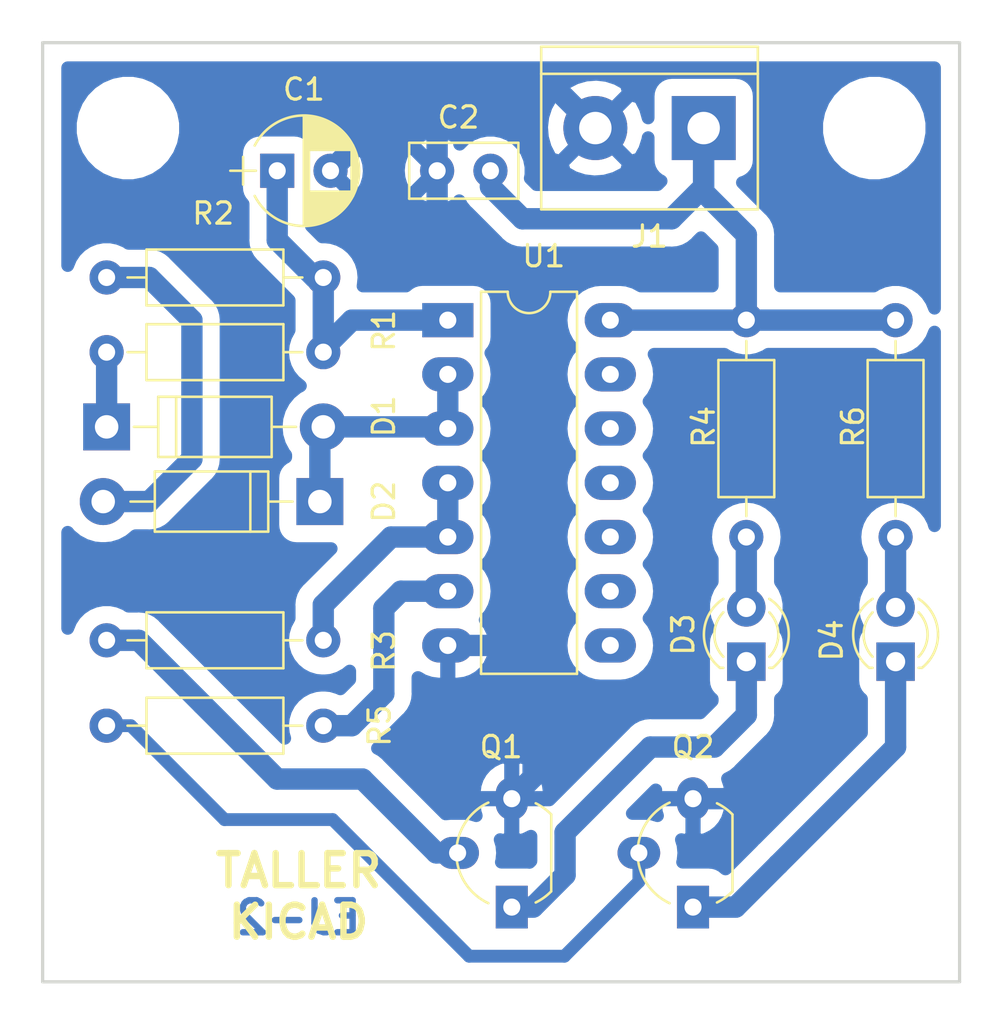
<source format=kicad_pcb>
(kicad_pcb (version 20171130) (host pcbnew 5.1.2-f72e74a~84~ubuntu16.04.1)

  (general
    (thickness 1.6)
    (drawings 10)
    (tracks 92)
    (zones 0)
    (modules 20)
    (nets 15)
  )

  (page A4)
  (title_block
    (title "SCILIADOR CON 40106 Y DOS LEDS")
    (date 2018-06-27)
    (rev 1.0)
    (company "Taller de electrónica - UNLaM")
    (comment 1 "Autor: Diego Brengi")
  )

  (layers
    (0 F.Cu signal)
    (31 B.Cu signal)
    (32 B.Adhes user)
    (33 F.Adhes user)
    (34 B.Paste user)
    (35 F.Paste user)
    (36 B.SilkS user)
    (37 F.SilkS user)
    (38 B.Mask user)
    (39 F.Mask user)
    (40 Dwgs.User user hide)
    (41 Cmts.User user)
    (42 Eco1.User user)
    (43 Eco2.User user)
    (44 Edge.Cuts user)
    (45 Margin user)
    (46 B.CrtYd user)
    (47 F.CrtYd user hide)
    (48 B.Fab user)
    (49 F.Fab user hide)
  )

  (setup
    (last_trace_width 0.6)
    (user_trace_width 0.6)
    (user_trace_width 0.8)
    (user_trace_width 1)
    (trace_clearance 0.8)
    (zone_clearance 0.8)
    (zone_45_only no)
    (trace_min 0.2)
    (via_size 0.6)
    (via_drill 0.4)
    (via_min_size 0.4)
    (via_min_drill 0.3)
    (user_via 1.5 0.8)
    (uvia_size 0.3)
    (uvia_drill 0.1)
    (uvias_allowed no)
    (uvia_min_size 0.2)
    (uvia_min_drill 0.1)
    (edge_width 0.15)
    (segment_width 0.2)
    (pcb_text_width 0.3)
    (pcb_text_size 1.5 1.5)
    (mod_edge_width 0.15)
    (mod_text_size 1 1)
    (mod_text_width 0.15)
    (pad_size 1.524 1.524)
    (pad_drill 0.762)
    (pad_to_mask_clearance 0.2)
    (aux_axis_origin 0 0)
    (visible_elements FFFCEF7F)
    (pcbplotparams
      (layerselection 0x00030_80000001)
      (usegerberextensions false)
      (usegerberattributes false)
      (usegerberadvancedattributes false)
      (creategerberjobfile false)
      (excludeedgelayer true)
      (linewidth 0.100000)
      (plotframeref false)
      (viasonmask false)
      (mode 1)
      (useauxorigin false)
      (hpglpennumber 1)
      (hpglpenspeed 20)
      (hpglpendiameter 15.000000)
      (psnegative false)
      (psa4output false)
      (plotreference true)
      (plotvalue true)
      (plotinvisibletext false)
      (padsonsilk false)
      (subtractmaskfromsilk false)
      (outputformat 1)
      (mirror false)
      (drillshape 1)
      (scaleselection 1)
      (outputdirectory ""))
  )

  (net 0 "")
  (net 1 GND)
  (net 2 +5V)
  (net 3 "Net-(C1-Pad1)")
  (net 4 "Net-(D1-Pad1)")
  (net 5 "Net-(D1-Pad2)")
  (net 6 "Net-(D2-Pad2)")
  (net 7 "Net-(D3-Pad1)")
  (net 8 "Net-(D3-Pad2)")
  (net 9 "Net-(D4-Pad1)")
  (net 10 "Net-(D4-Pad2)")
  (net 11 "Net-(Q1-Pad2)")
  (net 12 "Net-(Q2-Pad2)")
  (net 13 "Net-(R3-Pad2)")
  (net 14 "Net-(R5-Pad2)")

  (net_class Default "Esta es la clase de red por defecto."
    (clearance 0.8)
    (trace_width 0.25)
    (via_dia 0.6)
    (via_drill 0.4)
    (uvia_dia 0.3)
    (uvia_drill 0.1)
    (add_net +5V)
    (add_net GND)
    (add_net "Net-(C1-Pad1)")
    (add_net "Net-(D1-Pad1)")
    (add_net "Net-(D1-Pad2)")
    (add_net "Net-(D2-Pad2)")
    (add_net "Net-(D3-Pad1)")
    (add_net "Net-(D3-Pad2)")
    (add_net "Net-(D4-Pad1)")
    (add_net "Net-(D4-Pad2)")
    (add_net "Net-(Q1-Pad2)")
    (add_net "Net-(Q2-Pad2)")
    (add_net "Net-(R3-Pad2)")
    (add_net "Net-(R5-Pad2)")
  )

  (module Capacitors_THT:CP_Radial_D5.0mm_P2.50mm (layer F.Cu) (tedit 597BC7C2) (tstamp 5B29BFD8)
    (at 135 96)
    (descr "CP, Radial series, Radial, pin pitch=2.50mm, , diameter=5mm, Electrolytic Capacitor")
    (tags "CP Radial series Radial pin pitch 2.50mm  diameter 5mm Electrolytic Capacitor")
    (path /5D2CBB13)
    (fp_text reference C1 (at 1.25 -3.81) (layer F.SilkS)
      (effects (font (size 1 1) (thickness 0.15)))
    )
    (fp_text value 1uF (at 1.25 3.81) (layer F.Fab)
      (effects (font (size 1 1) (thickness 0.15)))
    )
    (fp_arc (start 1.25 0) (end -1.05558 -1.18) (angle 125.8) (layer F.SilkS) (width 0.12))
    (fp_arc (start 1.25 0) (end -1.05558 1.18) (angle -125.8) (layer F.SilkS) (width 0.12))
    (fp_arc (start 1.25 0) (end 3.55558 -1.18) (angle 54.2) (layer F.SilkS) (width 0.12))
    (fp_circle (center 1.25 0) (end 3.75 0) (layer F.Fab) (width 0.1))
    (fp_line (start -2.2 0) (end -1 0) (layer F.Fab) (width 0.1))
    (fp_line (start -1.6 -0.65) (end -1.6 0.65) (layer F.Fab) (width 0.1))
    (fp_line (start 1.25 -2.55) (end 1.25 2.55) (layer F.SilkS) (width 0.12))
    (fp_line (start 1.29 -2.55) (end 1.29 2.55) (layer F.SilkS) (width 0.12))
    (fp_line (start 1.33 -2.549) (end 1.33 2.549) (layer F.SilkS) (width 0.12))
    (fp_line (start 1.37 -2.548) (end 1.37 2.548) (layer F.SilkS) (width 0.12))
    (fp_line (start 1.41 -2.546) (end 1.41 2.546) (layer F.SilkS) (width 0.12))
    (fp_line (start 1.45 -2.543) (end 1.45 2.543) (layer F.SilkS) (width 0.12))
    (fp_line (start 1.49 -2.539) (end 1.49 2.539) (layer F.SilkS) (width 0.12))
    (fp_line (start 1.53 -2.535) (end 1.53 -0.98) (layer F.SilkS) (width 0.12))
    (fp_line (start 1.53 0.98) (end 1.53 2.535) (layer F.SilkS) (width 0.12))
    (fp_line (start 1.57 -2.531) (end 1.57 -0.98) (layer F.SilkS) (width 0.12))
    (fp_line (start 1.57 0.98) (end 1.57 2.531) (layer F.SilkS) (width 0.12))
    (fp_line (start 1.61 -2.525) (end 1.61 -0.98) (layer F.SilkS) (width 0.12))
    (fp_line (start 1.61 0.98) (end 1.61 2.525) (layer F.SilkS) (width 0.12))
    (fp_line (start 1.65 -2.519) (end 1.65 -0.98) (layer F.SilkS) (width 0.12))
    (fp_line (start 1.65 0.98) (end 1.65 2.519) (layer F.SilkS) (width 0.12))
    (fp_line (start 1.69 -2.513) (end 1.69 -0.98) (layer F.SilkS) (width 0.12))
    (fp_line (start 1.69 0.98) (end 1.69 2.513) (layer F.SilkS) (width 0.12))
    (fp_line (start 1.73 -2.506) (end 1.73 -0.98) (layer F.SilkS) (width 0.12))
    (fp_line (start 1.73 0.98) (end 1.73 2.506) (layer F.SilkS) (width 0.12))
    (fp_line (start 1.77 -2.498) (end 1.77 -0.98) (layer F.SilkS) (width 0.12))
    (fp_line (start 1.77 0.98) (end 1.77 2.498) (layer F.SilkS) (width 0.12))
    (fp_line (start 1.81 -2.489) (end 1.81 -0.98) (layer F.SilkS) (width 0.12))
    (fp_line (start 1.81 0.98) (end 1.81 2.489) (layer F.SilkS) (width 0.12))
    (fp_line (start 1.85 -2.48) (end 1.85 -0.98) (layer F.SilkS) (width 0.12))
    (fp_line (start 1.85 0.98) (end 1.85 2.48) (layer F.SilkS) (width 0.12))
    (fp_line (start 1.89 -2.47) (end 1.89 -0.98) (layer F.SilkS) (width 0.12))
    (fp_line (start 1.89 0.98) (end 1.89 2.47) (layer F.SilkS) (width 0.12))
    (fp_line (start 1.93 -2.46) (end 1.93 -0.98) (layer F.SilkS) (width 0.12))
    (fp_line (start 1.93 0.98) (end 1.93 2.46) (layer F.SilkS) (width 0.12))
    (fp_line (start 1.971 -2.448) (end 1.971 -0.98) (layer F.SilkS) (width 0.12))
    (fp_line (start 1.971 0.98) (end 1.971 2.448) (layer F.SilkS) (width 0.12))
    (fp_line (start 2.011 -2.436) (end 2.011 -0.98) (layer F.SilkS) (width 0.12))
    (fp_line (start 2.011 0.98) (end 2.011 2.436) (layer F.SilkS) (width 0.12))
    (fp_line (start 2.051 -2.424) (end 2.051 -0.98) (layer F.SilkS) (width 0.12))
    (fp_line (start 2.051 0.98) (end 2.051 2.424) (layer F.SilkS) (width 0.12))
    (fp_line (start 2.091 -2.41) (end 2.091 -0.98) (layer F.SilkS) (width 0.12))
    (fp_line (start 2.091 0.98) (end 2.091 2.41) (layer F.SilkS) (width 0.12))
    (fp_line (start 2.131 -2.396) (end 2.131 -0.98) (layer F.SilkS) (width 0.12))
    (fp_line (start 2.131 0.98) (end 2.131 2.396) (layer F.SilkS) (width 0.12))
    (fp_line (start 2.171 -2.382) (end 2.171 -0.98) (layer F.SilkS) (width 0.12))
    (fp_line (start 2.171 0.98) (end 2.171 2.382) (layer F.SilkS) (width 0.12))
    (fp_line (start 2.211 -2.366) (end 2.211 -0.98) (layer F.SilkS) (width 0.12))
    (fp_line (start 2.211 0.98) (end 2.211 2.366) (layer F.SilkS) (width 0.12))
    (fp_line (start 2.251 -2.35) (end 2.251 -0.98) (layer F.SilkS) (width 0.12))
    (fp_line (start 2.251 0.98) (end 2.251 2.35) (layer F.SilkS) (width 0.12))
    (fp_line (start 2.291 -2.333) (end 2.291 -0.98) (layer F.SilkS) (width 0.12))
    (fp_line (start 2.291 0.98) (end 2.291 2.333) (layer F.SilkS) (width 0.12))
    (fp_line (start 2.331 -2.315) (end 2.331 -0.98) (layer F.SilkS) (width 0.12))
    (fp_line (start 2.331 0.98) (end 2.331 2.315) (layer F.SilkS) (width 0.12))
    (fp_line (start 2.371 -2.296) (end 2.371 -0.98) (layer F.SilkS) (width 0.12))
    (fp_line (start 2.371 0.98) (end 2.371 2.296) (layer F.SilkS) (width 0.12))
    (fp_line (start 2.411 -2.276) (end 2.411 -0.98) (layer F.SilkS) (width 0.12))
    (fp_line (start 2.411 0.98) (end 2.411 2.276) (layer F.SilkS) (width 0.12))
    (fp_line (start 2.451 -2.256) (end 2.451 -0.98) (layer F.SilkS) (width 0.12))
    (fp_line (start 2.451 0.98) (end 2.451 2.256) (layer F.SilkS) (width 0.12))
    (fp_line (start 2.491 -2.234) (end 2.491 -0.98) (layer F.SilkS) (width 0.12))
    (fp_line (start 2.491 0.98) (end 2.491 2.234) (layer F.SilkS) (width 0.12))
    (fp_line (start 2.531 -2.212) (end 2.531 -0.98) (layer F.SilkS) (width 0.12))
    (fp_line (start 2.531 0.98) (end 2.531 2.212) (layer F.SilkS) (width 0.12))
    (fp_line (start 2.571 -2.189) (end 2.571 -0.98) (layer F.SilkS) (width 0.12))
    (fp_line (start 2.571 0.98) (end 2.571 2.189) (layer F.SilkS) (width 0.12))
    (fp_line (start 2.611 -2.165) (end 2.611 -0.98) (layer F.SilkS) (width 0.12))
    (fp_line (start 2.611 0.98) (end 2.611 2.165) (layer F.SilkS) (width 0.12))
    (fp_line (start 2.651 -2.14) (end 2.651 -0.98) (layer F.SilkS) (width 0.12))
    (fp_line (start 2.651 0.98) (end 2.651 2.14) (layer F.SilkS) (width 0.12))
    (fp_line (start 2.691 -2.113) (end 2.691 -0.98) (layer F.SilkS) (width 0.12))
    (fp_line (start 2.691 0.98) (end 2.691 2.113) (layer F.SilkS) (width 0.12))
    (fp_line (start 2.731 -2.086) (end 2.731 -0.98) (layer F.SilkS) (width 0.12))
    (fp_line (start 2.731 0.98) (end 2.731 2.086) (layer F.SilkS) (width 0.12))
    (fp_line (start 2.771 -2.058) (end 2.771 -0.98) (layer F.SilkS) (width 0.12))
    (fp_line (start 2.771 0.98) (end 2.771 2.058) (layer F.SilkS) (width 0.12))
    (fp_line (start 2.811 -2.028) (end 2.811 -0.98) (layer F.SilkS) (width 0.12))
    (fp_line (start 2.811 0.98) (end 2.811 2.028) (layer F.SilkS) (width 0.12))
    (fp_line (start 2.851 -1.997) (end 2.851 -0.98) (layer F.SilkS) (width 0.12))
    (fp_line (start 2.851 0.98) (end 2.851 1.997) (layer F.SilkS) (width 0.12))
    (fp_line (start 2.891 -1.965) (end 2.891 -0.98) (layer F.SilkS) (width 0.12))
    (fp_line (start 2.891 0.98) (end 2.891 1.965) (layer F.SilkS) (width 0.12))
    (fp_line (start 2.931 -1.932) (end 2.931 -0.98) (layer F.SilkS) (width 0.12))
    (fp_line (start 2.931 0.98) (end 2.931 1.932) (layer F.SilkS) (width 0.12))
    (fp_line (start 2.971 -1.897) (end 2.971 -0.98) (layer F.SilkS) (width 0.12))
    (fp_line (start 2.971 0.98) (end 2.971 1.897) (layer F.SilkS) (width 0.12))
    (fp_line (start 3.011 -1.861) (end 3.011 -0.98) (layer F.SilkS) (width 0.12))
    (fp_line (start 3.011 0.98) (end 3.011 1.861) (layer F.SilkS) (width 0.12))
    (fp_line (start 3.051 -1.823) (end 3.051 -0.98) (layer F.SilkS) (width 0.12))
    (fp_line (start 3.051 0.98) (end 3.051 1.823) (layer F.SilkS) (width 0.12))
    (fp_line (start 3.091 -1.783) (end 3.091 -0.98) (layer F.SilkS) (width 0.12))
    (fp_line (start 3.091 0.98) (end 3.091 1.783) (layer F.SilkS) (width 0.12))
    (fp_line (start 3.131 -1.742) (end 3.131 -0.98) (layer F.SilkS) (width 0.12))
    (fp_line (start 3.131 0.98) (end 3.131 1.742) (layer F.SilkS) (width 0.12))
    (fp_line (start 3.171 -1.699) (end 3.171 -0.98) (layer F.SilkS) (width 0.12))
    (fp_line (start 3.171 0.98) (end 3.171 1.699) (layer F.SilkS) (width 0.12))
    (fp_line (start 3.211 -1.654) (end 3.211 -0.98) (layer F.SilkS) (width 0.12))
    (fp_line (start 3.211 0.98) (end 3.211 1.654) (layer F.SilkS) (width 0.12))
    (fp_line (start 3.251 -1.606) (end 3.251 -0.98) (layer F.SilkS) (width 0.12))
    (fp_line (start 3.251 0.98) (end 3.251 1.606) (layer F.SilkS) (width 0.12))
    (fp_line (start 3.291 -1.556) (end 3.291 -0.98) (layer F.SilkS) (width 0.12))
    (fp_line (start 3.291 0.98) (end 3.291 1.556) (layer F.SilkS) (width 0.12))
    (fp_line (start 3.331 -1.504) (end 3.331 -0.98) (layer F.SilkS) (width 0.12))
    (fp_line (start 3.331 0.98) (end 3.331 1.504) (layer F.SilkS) (width 0.12))
    (fp_line (start 3.371 -1.448) (end 3.371 -0.98) (layer F.SilkS) (width 0.12))
    (fp_line (start 3.371 0.98) (end 3.371 1.448) (layer F.SilkS) (width 0.12))
    (fp_line (start 3.411 -1.39) (end 3.411 -0.98) (layer F.SilkS) (width 0.12))
    (fp_line (start 3.411 0.98) (end 3.411 1.39) (layer F.SilkS) (width 0.12))
    (fp_line (start 3.451 -1.327) (end 3.451 -0.98) (layer F.SilkS) (width 0.12))
    (fp_line (start 3.451 0.98) (end 3.451 1.327) (layer F.SilkS) (width 0.12))
    (fp_line (start 3.491 -1.261) (end 3.491 1.261) (layer F.SilkS) (width 0.12))
    (fp_line (start 3.531 -1.189) (end 3.531 1.189) (layer F.SilkS) (width 0.12))
    (fp_line (start 3.571 -1.112) (end 3.571 1.112) (layer F.SilkS) (width 0.12))
    (fp_line (start 3.611 -1.028) (end 3.611 1.028) (layer F.SilkS) (width 0.12))
    (fp_line (start 3.651 -0.934) (end 3.651 0.934) (layer F.SilkS) (width 0.12))
    (fp_line (start 3.691 -0.829) (end 3.691 0.829) (layer F.SilkS) (width 0.12))
    (fp_line (start 3.731 -0.707) (end 3.731 0.707) (layer F.SilkS) (width 0.12))
    (fp_line (start 3.771 -0.559) (end 3.771 0.559) (layer F.SilkS) (width 0.12))
    (fp_line (start 3.811 -0.354) (end 3.811 0.354) (layer F.SilkS) (width 0.12))
    (fp_line (start -2.2 0) (end -1 0) (layer F.SilkS) (width 0.12))
    (fp_line (start -1.6 -0.65) (end -1.6 0.65) (layer F.SilkS) (width 0.12))
    (fp_line (start -1.6 -2.85) (end -1.6 2.85) (layer F.CrtYd) (width 0.05))
    (fp_line (start -1.6 2.85) (end 4.1 2.85) (layer F.CrtYd) (width 0.05))
    (fp_line (start 4.1 2.85) (end 4.1 -2.85) (layer F.CrtYd) (width 0.05))
    (fp_line (start 4.1 -2.85) (end -1.6 -2.85) (layer F.CrtYd) (width 0.05))
    (fp_text user %R (at 1.25 0) (layer F.Fab)
      (effects (font (size 1 1) (thickness 0.15)))
    )
    (pad 1 thru_hole rect (at 0 0) (size 1.6 1.6) (drill 0.8) (layers *.Cu *.Mask)
      (net 3 "Net-(C1-Pad1)"))
    (pad 2 thru_hole circle (at 2.5 0) (size 1.6 1.6) (drill 0.8) (layers *.Cu *.Mask)
      (net 1 GND))
    (model ${KIPRJMOD}/oscilador.3dshapes//CP_Radial_D5.0mm_P2.50mm.wrl
      (at (xyz 0 0 0))
      (scale (xyz 1 1 1))
      (rotate (xyz 0 0 0))
    )
  )

  (module Capacitors_THT:C_Disc_D5.0mm_W2.5mm_P2.50mm (layer F.Cu) (tedit 5B3417FF) (tstamp 5B29BFDE)
    (at 145 96 180)
    (descr "C, Disc series, Radial, pin pitch=2.50mm, , diameter*width=5*2.5mm^2, Capacitor, http://cdn-reichelt.de/documents/datenblatt/B300/DS_KERKO_TC.pdf")
    (tags "C Disc series Radial pin pitch 2.50mm  diameter 5mm width 2.5mm Capacitor")
    (path /5D2CBB0D)
    (fp_text reference C2 (at 1.5 2.5 180) (layer F.SilkS)
      (effects (font (size 1 1) (thickness 0.15)))
    )
    (fp_text value 0.1u (at 1.25 2.56 180) (layer F.Fab)
      (effects (font (size 1 1) (thickness 0.15)))
    )
    (fp_line (start -1.25 -1.25) (end -1.25 1.25) (layer F.Fab) (width 0.1))
    (fp_line (start -1.25 1.25) (end 3.75 1.25) (layer F.Fab) (width 0.1))
    (fp_line (start 3.75 1.25) (end 3.75 -1.25) (layer F.Fab) (width 0.1))
    (fp_line (start 3.75 -1.25) (end -1.25 -1.25) (layer F.Fab) (width 0.1))
    (fp_line (start -1.31 -1.31) (end 3.81 -1.31) (layer F.SilkS) (width 0.12))
    (fp_line (start -1.31 1.31) (end 3.81 1.31) (layer F.SilkS) (width 0.12))
    (fp_line (start -1.31 -1.31) (end -1.31 1.31) (layer F.SilkS) (width 0.12))
    (fp_line (start 3.81 -1.31) (end 3.81 1.31) (layer F.SilkS) (width 0.12))
    (fp_line (start -1.6 -1.6) (end -1.6 1.6) (layer F.CrtYd) (width 0.05))
    (fp_line (start -1.6 1.6) (end 4.1 1.6) (layer F.CrtYd) (width 0.05))
    (fp_line (start 4.1 1.6) (end 4.1 -1.6) (layer F.CrtYd) (width 0.05))
    (fp_line (start 4.1 -1.6) (end -1.6 -1.6) (layer F.CrtYd) (width 0.05))
    (fp_text user %R (at 1.25 0 180) (layer F.Fab)
      (effects (font (size 1 1) (thickness 0.15)))
    )
    (pad 1 thru_hole circle (at 0 0 180) (size 1.6 1.6) (drill 0.8) (layers *.Cu *.Mask)
      (net 2 +5V))
    (pad 2 thru_hole circle (at 2.5 0 180) (size 1.6 1.6) (drill 0.8) (layers *.Cu *.Mask)
      (net 1 GND))
    (model ${KIPRJMOD}/oscilador.3dshapes/C_Disc_D5.0mm_W2.5mm_P2.50mm.wrl
      (at (xyz 0 0 0))
      (scale (xyz 1 1 1))
      (rotate (xyz 0 0 0))
    )
  )

  (module Diodes_THT:D_DO-41_SOD81_P10.16mm_Horizontal (layer F.Cu) (tedit 5B3417E1) (tstamp 5B29BFE4)
    (at 127 108)
    (descr "D, DO-41_SOD81 series, Axial, Horizontal, pin pitch=10.16mm, , length*diameter=5.2*2.7mm^2, , http://www.diodes.com/_files/packages/DO-41%20(Plastic).pdf")
    (tags "D DO-41_SOD81 series Axial Horizontal pin pitch 10.16mm  length 5.2mm diameter 2.7mm")
    (path /5D2CBB25)
    (fp_text reference D1 (at 13 -0.5 90) (layer F.SilkS)
      (effects (font (size 1 1) (thickness 0.15)))
    )
    (fp_text value 1N4148 (at 5.08 2.41) (layer F.Fab)
      (effects (font (size 1 1) (thickness 0.15)))
    )
    (fp_text user %R (at 5.08 0) (layer F.Fab)
      (effects (font (size 1 1) (thickness 0.15)))
    )
    (fp_line (start 2.48 -1.35) (end 2.48 1.35) (layer F.Fab) (width 0.1))
    (fp_line (start 2.48 1.35) (end 7.68 1.35) (layer F.Fab) (width 0.1))
    (fp_line (start 7.68 1.35) (end 7.68 -1.35) (layer F.Fab) (width 0.1))
    (fp_line (start 7.68 -1.35) (end 2.48 -1.35) (layer F.Fab) (width 0.1))
    (fp_line (start 0 0) (end 2.48 0) (layer F.Fab) (width 0.1))
    (fp_line (start 10.16 0) (end 7.68 0) (layer F.Fab) (width 0.1))
    (fp_line (start 3.26 -1.35) (end 3.26 1.35) (layer F.Fab) (width 0.1))
    (fp_line (start 2.42 -1.41) (end 2.42 1.41) (layer F.SilkS) (width 0.12))
    (fp_line (start 2.42 1.41) (end 7.74 1.41) (layer F.SilkS) (width 0.12))
    (fp_line (start 7.74 1.41) (end 7.74 -1.41) (layer F.SilkS) (width 0.12))
    (fp_line (start 7.74 -1.41) (end 2.42 -1.41) (layer F.SilkS) (width 0.12))
    (fp_line (start 1.28 0) (end 2.42 0) (layer F.SilkS) (width 0.12))
    (fp_line (start 8.88 0) (end 7.74 0) (layer F.SilkS) (width 0.12))
    (fp_line (start 3.26 -1.41) (end 3.26 1.41) (layer F.SilkS) (width 0.12))
    (fp_line (start -1.35 -1.7) (end -1.35 1.7) (layer F.CrtYd) (width 0.05))
    (fp_line (start -1.35 1.7) (end 11.55 1.7) (layer F.CrtYd) (width 0.05))
    (fp_line (start 11.55 1.7) (end 11.55 -1.7) (layer F.CrtYd) (width 0.05))
    (fp_line (start 11.55 -1.7) (end -1.35 -1.7) (layer F.CrtYd) (width 0.05))
    (pad 1 thru_hole rect (at 0 0) (size 2.2 2.2) (drill 1.1) (layers *.Cu *.Mask)
      (net 4 "Net-(D1-Pad1)"))
    (pad 2 thru_hole oval (at 10.16 0) (size 2.2 2.2) (drill 1.1) (layers *.Cu *.Mask)
      (net 5 "Net-(D1-Pad2)"))
    (model ${KIPRJMOD}/oscilador.3dshapes/D_DO-41_SOD81_P10.16mm_Horizontal.wrl
      (at (xyz 0 0 0))
      (scale (xyz 0.393701 0.393701 0.393701))
      (rotate (xyz 0 0 0))
    )
  )

  (module Diodes_THT:D_DO-41_SOD81_P10.16mm_Horizontal (layer F.Cu) (tedit 5B3417EF) (tstamp 5B29BFEA)
    (at 137 111.5 180)
    (descr "D, DO-41_SOD81 series, Axial, Horizontal, pin pitch=10.16mm, , length*diameter=5.2*2.7mm^2, , http://www.diodes.com/_files/packages/DO-41%20(Plastic).pdf")
    (tags "D DO-41_SOD81 series Axial Horizontal pin pitch 10.16mm  length 5.2mm diameter 2.7mm")
    (path /5D2CBB2B)
    (fp_text reference D2 (at -3 0 270) (layer F.SilkS)
      (effects (font (size 1 1) (thickness 0.15)))
    )
    (fp_text value 1N4148 (at 5.08 2.41 180) (layer F.Fab)
      (effects (font (size 1 1) (thickness 0.15)))
    )
    (fp_text user %R (at 5.08 0 180) (layer F.Fab)
      (effects (font (size 1 1) (thickness 0.15)))
    )
    (fp_line (start 2.48 -1.35) (end 2.48 1.35) (layer F.Fab) (width 0.1))
    (fp_line (start 2.48 1.35) (end 7.68 1.35) (layer F.Fab) (width 0.1))
    (fp_line (start 7.68 1.35) (end 7.68 -1.35) (layer F.Fab) (width 0.1))
    (fp_line (start 7.68 -1.35) (end 2.48 -1.35) (layer F.Fab) (width 0.1))
    (fp_line (start 0 0) (end 2.48 0) (layer F.Fab) (width 0.1))
    (fp_line (start 10.16 0) (end 7.68 0) (layer F.Fab) (width 0.1))
    (fp_line (start 3.26 -1.35) (end 3.26 1.35) (layer F.Fab) (width 0.1))
    (fp_line (start 2.42 -1.41) (end 2.42 1.41) (layer F.SilkS) (width 0.12))
    (fp_line (start 2.42 1.41) (end 7.74 1.41) (layer F.SilkS) (width 0.12))
    (fp_line (start 7.74 1.41) (end 7.74 -1.41) (layer F.SilkS) (width 0.12))
    (fp_line (start 7.74 -1.41) (end 2.42 -1.41) (layer F.SilkS) (width 0.12))
    (fp_line (start 1.28 0) (end 2.42 0) (layer F.SilkS) (width 0.12))
    (fp_line (start 8.88 0) (end 7.74 0) (layer F.SilkS) (width 0.12))
    (fp_line (start 3.26 -1.41) (end 3.26 1.41) (layer F.SilkS) (width 0.12))
    (fp_line (start -1.35 -1.7) (end -1.35 1.7) (layer F.CrtYd) (width 0.05))
    (fp_line (start -1.35 1.7) (end 11.55 1.7) (layer F.CrtYd) (width 0.05))
    (fp_line (start 11.55 1.7) (end 11.55 -1.7) (layer F.CrtYd) (width 0.05))
    (fp_line (start 11.55 -1.7) (end -1.35 -1.7) (layer F.CrtYd) (width 0.05))
    (pad 1 thru_hole rect (at 0 0 180) (size 2.2 2.2) (drill 1.1) (layers *.Cu *.Mask)
      (net 5 "Net-(D1-Pad2)"))
    (pad 2 thru_hole oval (at 10.16 0 180) (size 2.2 2.2) (drill 1.1) (layers *.Cu *.Mask)
      (net 6 "Net-(D2-Pad2)"))
    (model ${KIPRJMOD}/oscilador.3dshapes/D_DO-41_SOD81_P10.16mm_Horizontal.wrl
      (at (xyz 0 0 0))
      (scale (xyz 0.393701 0.393701 0.393701))
      (rotate (xyz 0 0 0))
    )
  )

  (module LEDs:LED_D3.0mm (layer F.Cu) (tedit 587A3A7B) (tstamp 5B29BFF0)
    (at 157 119 90)
    (descr "LED, diameter 3.0mm, 2 pins")
    (tags "LED diameter 3.0mm 2 pins")
    (path /5D2D13FC)
    (clearance 0.6)
    (fp_text reference D3 (at 1.27 -2.96 90) (layer F.SilkS)
      (effects (font (size 1 1) (thickness 0.15)))
    )
    (fp_text value "LED ROJO" (at 1.27 2.96 90) (layer F.Fab)
      (effects (font (size 1 1) (thickness 0.15)))
    )
    (fp_arc (start 1.27 0) (end -0.23 -1.16619) (angle 284.3) (layer F.Fab) (width 0.1))
    (fp_arc (start 1.27 0) (end -0.29 -1.235516) (angle 108.8) (layer F.SilkS) (width 0.12))
    (fp_arc (start 1.27 0) (end -0.29 1.235516) (angle -108.8) (layer F.SilkS) (width 0.12))
    (fp_arc (start 1.27 0) (end 0.229039 -1.08) (angle 87.9) (layer F.SilkS) (width 0.12))
    (fp_arc (start 1.27 0) (end 0.229039 1.08) (angle -87.9) (layer F.SilkS) (width 0.12))
    (fp_circle (center 1.27 0) (end 2.77 0) (layer F.Fab) (width 0.1))
    (fp_line (start -0.23 -1.16619) (end -0.23 1.16619) (layer F.Fab) (width 0.1))
    (fp_line (start -0.29 -1.236) (end -0.29 -1.08) (layer F.SilkS) (width 0.12))
    (fp_line (start -0.29 1.08) (end -0.29 1.236) (layer F.SilkS) (width 0.12))
    (fp_line (start -1.15 -2.25) (end -1.15 2.25) (layer F.CrtYd) (width 0.05))
    (fp_line (start -1.15 2.25) (end 3.7 2.25) (layer F.CrtYd) (width 0.05))
    (fp_line (start 3.7 2.25) (end 3.7 -2.25) (layer F.CrtYd) (width 0.05))
    (fp_line (start 3.7 -2.25) (end -1.15 -2.25) (layer F.CrtYd) (width 0.05))
    (pad 1 thru_hole rect (at 0 0 90) (size 1.8 1.8) (drill 0.9) (layers *.Cu *.Mask)
      (net 7 "Net-(D3-Pad1)"))
    (pad 2 thru_hole circle (at 2.54 0 90) (size 1.8 1.8) (drill 0.9) (layers *.Cu *.Mask)
      (net 8 "Net-(D3-Pad2)"))
    (model ${KIPRJMOD}/oscilador.3dshapes/LED_D3.0mm.wrl
      (at (xyz 0 0 0))
      (scale (xyz 0.393701 0.393701 0.393701))
      (rotate (xyz 0 0 0))
    )
  )

  (module LEDs:LED_D3.0mm (layer F.Cu) (tedit 5B341789) (tstamp 5B29BFF6)
    (at 164 119 90)
    (descr "LED, diameter 3.0mm, 2 pins")
    (tags "LED diameter 3.0mm 2 pins")
    (path /5D2D1426)
    (clearance 0.6)
    (fp_text reference D4 (at 1 -3 90) (layer F.SilkS)
      (effects (font (size 1 1) (thickness 0.15)))
    )
    (fp_text value "LED VERDE" (at 1.27 2.96 90) (layer F.Fab)
      (effects (font (size 1 1) (thickness 0.15)))
    )
    (fp_arc (start 1.27 0) (end -0.23 -1.16619) (angle 284.3) (layer F.Fab) (width 0.1))
    (fp_arc (start 1.27 0) (end -0.29 -1.235516) (angle 108.8) (layer F.SilkS) (width 0.12))
    (fp_arc (start 1.27 0) (end -0.29 1.235516) (angle -108.8) (layer F.SilkS) (width 0.12))
    (fp_arc (start 1.27 0) (end 0.229039 -1.08) (angle 87.9) (layer F.SilkS) (width 0.12))
    (fp_arc (start 1.27 0) (end 0.229039 1.08) (angle -87.9) (layer F.SilkS) (width 0.12))
    (fp_circle (center 1.27 0) (end 2.77 0) (layer F.Fab) (width 0.1))
    (fp_line (start -0.23 -1.16619) (end -0.23 1.16619) (layer F.Fab) (width 0.1))
    (fp_line (start -0.29 -1.236) (end -0.29 -1.08) (layer F.SilkS) (width 0.12))
    (fp_line (start -0.29 1.08) (end -0.29 1.236) (layer F.SilkS) (width 0.12))
    (fp_line (start -1.15 -2.25) (end -1.15 2.25) (layer F.CrtYd) (width 0.05))
    (fp_line (start -1.15 2.25) (end 3.7 2.25) (layer F.CrtYd) (width 0.05))
    (fp_line (start 3.7 2.25) (end 3.7 -2.25) (layer F.CrtYd) (width 0.05))
    (fp_line (start 3.7 -2.25) (end -1.15 -2.25) (layer F.CrtYd) (width 0.05))
    (pad 1 thru_hole rect (at 0 0 90) (size 1.8 1.8) (drill 0.9) (layers *.Cu *.Mask)
      (net 9 "Net-(D4-Pad1)"))
    (pad 2 thru_hole circle (at 2.54 0 90) (size 1.8 1.8) (drill 0.9) (layers *.Cu *.Mask)
      (net 10 "Net-(D4-Pad2)"))
    (model ${KIPRJMOD}/oscilador.3dshapes/LED_D3.0mm.wrl
      (at (xyz 0 0 0))
      (scale (xyz 0.393701 0.393701 0.393701))
      (rotate (xyz 0 0 0))
    )
  )

  (module TerminalBlock:TerminalBlock_bornier-2_P5.08mm (layer F.Cu) (tedit 59FF03AB) (tstamp 5B29BFFC)
    (at 155 94 180)
    (descr "simple 2-pin terminal block, pitch 5.08mm, revamped version of bornier2")
    (tags "terminal block bornier2")
    (path /5D2CBB31)
    (fp_text reference J1 (at 2.54 -5.08 180) (layer F.SilkS)
      (effects (font (size 1 1) (thickness 0.15)))
    )
    (fp_text value Conn_01x02 (at 2.54 5.08 180) (layer F.Fab)
      (effects (font (size 1 1) (thickness 0.15)))
    )
    (fp_text user %R (at 2.54 0 180) (layer F.Fab)
      (effects (font (size 1 1) (thickness 0.15)))
    )
    (fp_line (start -2.41 2.55) (end 7.49 2.55) (layer F.Fab) (width 0.1))
    (fp_line (start -2.46 -3.75) (end -2.46 3.75) (layer F.Fab) (width 0.1))
    (fp_line (start -2.46 3.75) (end 7.54 3.75) (layer F.Fab) (width 0.1))
    (fp_line (start 7.54 3.75) (end 7.54 -3.75) (layer F.Fab) (width 0.1))
    (fp_line (start 7.54 -3.75) (end -2.46 -3.75) (layer F.Fab) (width 0.1))
    (fp_line (start 7.62 2.54) (end -2.54 2.54) (layer F.SilkS) (width 0.12))
    (fp_line (start 7.62 3.81) (end 7.62 -3.81) (layer F.SilkS) (width 0.12))
    (fp_line (start 7.62 -3.81) (end -2.54 -3.81) (layer F.SilkS) (width 0.12))
    (fp_line (start -2.54 -3.81) (end -2.54 3.81) (layer F.SilkS) (width 0.12))
    (fp_line (start -2.54 3.81) (end 7.62 3.81) (layer F.SilkS) (width 0.12))
    (fp_line (start -2.71 -4) (end 7.79 -4) (layer F.CrtYd) (width 0.05))
    (fp_line (start -2.71 -4) (end -2.71 4) (layer F.CrtYd) (width 0.05))
    (fp_line (start 7.79 4) (end 7.79 -4) (layer F.CrtYd) (width 0.05))
    (fp_line (start 7.79 4) (end -2.71 4) (layer F.CrtYd) (width 0.05))
    (pad 1 thru_hole rect (at 0 0 180) (size 3 3) (drill 1.52) (layers *.Cu *.Mask)
      (net 2 +5V))
    (pad 2 thru_hole circle (at 5.08 0 180) (size 3 3) (drill 1.52) (layers *.Cu *.Mask)
      (net 1 GND))
    (model ${KIPRJMOD}/oscilador.3dshapes/TerminalBlock_bornier-2_P5.08mm.wrl
      (offset (xyz 2.539999961853027 0 0))
      (scale (xyz 1 1 1))
      (rotate (xyz 0 0 0))
    )
  )

  (module Resistors_THT:R_Axial_DIN0207_L6.3mm_D2.5mm_P10.16mm_Horizontal (layer F.Cu) (tedit 5B3417DA) (tstamp 5B29C010)
    (at 127 104.5)
    (descr "Resistor, Axial_DIN0207 series, Axial, Horizontal, pin pitch=10.16mm, 0.25W = 1/4W, length*diameter=6.3*2.5mm^2, http://cdn-reichelt.de/documents/datenblatt/B400/1_4W%23YAG.pdf")
    (tags "Resistor Axial_DIN0207 series Axial Horizontal pin pitch 10.16mm 0.25W = 1/4W length 6.3mm diameter 2.5mm")
    (path /5D2CBB19)
    (fp_text reference R1 (at 13 -1 90) (layer F.SilkS)
      (effects (font (size 1 1) (thickness 0.15)))
    )
    (fp_text value 100k (at 5.08 2.31) (layer F.Fab)
      (effects (font (size 1 1) (thickness 0.15)))
    )
    (fp_line (start 1.93 -1.25) (end 1.93 1.25) (layer F.Fab) (width 0.1))
    (fp_line (start 1.93 1.25) (end 8.23 1.25) (layer F.Fab) (width 0.1))
    (fp_line (start 8.23 1.25) (end 8.23 -1.25) (layer F.Fab) (width 0.1))
    (fp_line (start 8.23 -1.25) (end 1.93 -1.25) (layer F.Fab) (width 0.1))
    (fp_line (start 0 0) (end 1.93 0) (layer F.Fab) (width 0.1))
    (fp_line (start 10.16 0) (end 8.23 0) (layer F.Fab) (width 0.1))
    (fp_line (start 1.87 -1.31) (end 1.87 1.31) (layer F.SilkS) (width 0.12))
    (fp_line (start 1.87 1.31) (end 8.29 1.31) (layer F.SilkS) (width 0.12))
    (fp_line (start 8.29 1.31) (end 8.29 -1.31) (layer F.SilkS) (width 0.12))
    (fp_line (start 8.29 -1.31) (end 1.87 -1.31) (layer F.SilkS) (width 0.12))
    (fp_line (start 0.98 0) (end 1.87 0) (layer F.SilkS) (width 0.12))
    (fp_line (start 9.18 0) (end 8.29 0) (layer F.SilkS) (width 0.12))
    (fp_line (start -1.05 -1.6) (end -1.05 1.6) (layer F.CrtYd) (width 0.05))
    (fp_line (start -1.05 1.6) (end 11.25 1.6) (layer F.CrtYd) (width 0.05))
    (fp_line (start 11.25 1.6) (end 11.25 -1.6) (layer F.CrtYd) (width 0.05))
    (fp_line (start 11.25 -1.6) (end -1.05 -1.6) (layer F.CrtYd) (width 0.05))
    (pad 1 thru_hole circle (at 0 0) (size 1.6 1.6) (drill 0.8) (layers *.Cu *.Mask)
      (net 4 "Net-(D1-Pad1)"))
    (pad 2 thru_hole oval (at 10.16 0) (size 1.6 1.6) (drill 0.8) (layers *.Cu *.Mask)
      (net 3 "Net-(C1-Pad1)"))
    (model ${KIPRJMOD}/oscilador.3dshapes/R_Axial_DIN0207_L6.3mm_D2.5mm_P10.16mm_Horizontal.wrl
      (at (xyz 0 0 0))
      (scale (xyz 0.393701 0.393701 0.393701))
      (rotate (xyz 0 0 0))
    )
  )

  (module Resistors_THT:R_Axial_DIN0207_L6.3mm_D2.5mm_P10.16mm_Horizontal (layer F.Cu) (tedit 5B3417A1) (tstamp 5B29C016)
    (at 127 101)
    (descr "Resistor, Axial_DIN0207 series, Axial, Horizontal, pin pitch=10.16mm, 0.25W = 1/4W, length*diameter=6.3*2.5mm^2, http://cdn-reichelt.de/documents/datenblatt/B400/1_4W%23YAG.pdf")
    (tags "Resistor Axial_DIN0207 series Axial Horizontal pin pitch 10.16mm 0.25W = 1/4W length 6.3mm diameter 2.5mm")
    (path /5D2CBB1F)
    (fp_text reference R2 (at 5 -3) (layer F.SilkS)
      (effects (font (size 1 1) (thickness 0.15)))
    )
    (fp_text value 180k (at 5.08 2.31) (layer F.Fab)
      (effects (font (size 1 1) (thickness 0.15)))
    )
    (fp_line (start 1.93 -1.25) (end 1.93 1.25) (layer F.Fab) (width 0.1))
    (fp_line (start 1.93 1.25) (end 8.23 1.25) (layer F.Fab) (width 0.1))
    (fp_line (start 8.23 1.25) (end 8.23 -1.25) (layer F.Fab) (width 0.1))
    (fp_line (start 8.23 -1.25) (end 1.93 -1.25) (layer F.Fab) (width 0.1))
    (fp_line (start 0 0) (end 1.93 0) (layer F.Fab) (width 0.1))
    (fp_line (start 10.16 0) (end 8.23 0) (layer F.Fab) (width 0.1))
    (fp_line (start 1.87 -1.31) (end 1.87 1.31) (layer F.SilkS) (width 0.12))
    (fp_line (start 1.87 1.31) (end 8.29 1.31) (layer F.SilkS) (width 0.12))
    (fp_line (start 8.29 1.31) (end 8.29 -1.31) (layer F.SilkS) (width 0.12))
    (fp_line (start 8.29 -1.31) (end 1.87 -1.31) (layer F.SilkS) (width 0.12))
    (fp_line (start 0.98 0) (end 1.87 0) (layer F.SilkS) (width 0.12))
    (fp_line (start 9.18 0) (end 8.29 0) (layer F.SilkS) (width 0.12))
    (fp_line (start -1.05 -1.6) (end -1.05 1.6) (layer F.CrtYd) (width 0.05))
    (fp_line (start -1.05 1.6) (end 11.25 1.6) (layer F.CrtYd) (width 0.05))
    (fp_line (start 11.25 1.6) (end 11.25 -1.6) (layer F.CrtYd) (width 0.05))
    (fp_line (start 11.25 -1.6) (end -1.05 -1.6) (layer F.CrtYd) (width 0.05))
    (pad 1 thru_hole circle (at 0 0) (size 1.6 1.6) (drill 0.8) (layers *.Cu *.Mask)
      (net 6 "Net-(D2-Pad2)"))
    (pad 2 thru_hole oval (at 10.16 0) (size 1.6 1.6) (drill 0.8) (layers *.Cu *.Mask)
      (net 3 "Net-(C1-Pad1)"))
    (model ${KIPRJMOD}/oscilador.3dshapes/R_Axial_DIN0207_L6.3mm_D2.5mm_P10.16mm_Horizontal.wrl
      (at (xyz 0 0 0))
      (scale (xyz 0.393701 0.393701 0.393701))
      (rotate (xyz 0 0 0))
    )
  )

  (module Resistors_THT:R_Axial_DIN0207_L6.3mm_D2.5mm_P10.16mm_Horizontal (layer F.Cu) (tedit 5B3417E8) (tstamp 5B29C01C)
    (at 127 118)
    (descr "Resistor, Axial_DIN0207 series, Axial, Horizontal, pin pitch=10.16mm, 0.25W = 1/4W, length*diameter=6.3*2.5mm^2, http://cdn-reichelt.de/documents/datenblatt/B400/1_4W%23YAG.pdf")
    (tags "Resistor Axial_DIN0207 series Axial Horizontal pin pitch 10.16mm 0.25W = 1/4W length 6.3mm diameter 2.5mm")
    (path /5D2D13F6)
    (fp_text reference R3 (at 13 0.5 90) (layer F.SilkS)
      (effects (font (size 1 1) (thickness 0.15)))
    )
    (fp_text value 2k2 (at 5.08 2.31) (layer F.Fab)
      (effects (font (size 1 1) (thickness 0.15)))
    )
    (fp_line (start 1.93 -1.25) (end 1.93 1.25) (layer F.Fab) (width 0.1))
    (fp_line (start 1.93 1.25) (end 8.23 1.25) (layer F.Fab) (width 0.1))
    (fp_line (start 8.23 1.25) (end 8.23 -1.25) (layer F.Fab) (width 0.1))
    (fp_line (start 8.23 -1.25) (end 1.93 -1.25) (layer F.Fab) (width 0.1))
    (fp_line (start 0 0) (end 1.93 0) (layer F.Fab) (width 0.1))
    (fp_line (start 10.16 0) (end 8.23 0) (layer F.Fab) (width 0.1))
    (fp_line (start 1.87 -1.31) (end 1.87 1.31) (layer F.SilkS) (width 0.12))
    (fp_line (start 1.87 1.31) (end 8.29 1.31) (layer F.SilkS) (width 0.12))
    (fp_line (start 8.29 1.31) (end 8.29 -1.31) (layer F.SilkS) (width 0.12))
    (fp_line (start 8.29 -1.31) (end 1.87 -1.31) (layer F.SilkS) (width 0.12))
    (fp_line (start 0.98 0) (end 1.87 0) (layer F.SilkS) (width 0.12))
    (fp_line (start 9.18 0) (end 8.29 0) (layer F.SilkS) (width 0.12))
    (fp_line (start -1.05 -1.6) (end -1.05 1.6) (layer F.CrtYd) (width 0.05))
    (fp_line (start -1.05 1.6) (end 11.25 1.6) (layer F.CrtYd) (width 0.05))
    (fp_line (start 11.25 1.6) (end 11.25 -1.6) (layer F.CrtYd) (width 0.05))
    (fp_line (start 11.25 -1.6) (end -1.05 -1.6) (layer F.CrtYd) (width 0.05))
    (pad 1 thru_hole circle (at 0 0) (size 1.6 1.6) (drill 0.8) (layers *.Cu *.Mask)
      (net 11 "Net-(Q1-Pad2)"))
    (pad 2 thru_hole oval (at 10.16 0) (size 1.6 1.6) (drill 0.8) (layers *.Cu *.Mask)
      (net 13 "Net-(R3-Pad2)"))
    (model ${KIPRJMOD}/oscilador.3dshapes/R_Axial_DIN0207_L6.3mm_D2.5mm_P10.16mm_Horizontal.wrl
      (at (xyz 0 0 0))
      (scale (xyz 0.393701 0.393701 0.393701))
      (rotate (xyz 0 0 0))
    )
  )

  (module Resistors_THT:R_Axial_DIN0207_L6.3mm_D2.5mm_P10.16mm_Horizontal (layer F.Cu) (tedit 5B341783) (tstamp 5B29C022)
    (at 157 103 270)
    (descr "Resistor, Axial_DIN0207 series, Axial, Horizontal, pin pitch=10.16mm, 0.25W = 1/4W, length*diameter=6.3*2.5mm^2, http://cdn-reichelt.de/documents/datenblatt/B400/1_4W%23YAG.pdf")
    (tags "Resistor Axial_DIN0207 series Axial Horizontal pin pitch 10.16mm 0.25W = 1/4W length 6.3mm diameter 2.5mm")
    (path /5D2D13EA)
    (fp_text reference R4 (at 5 2 270) (layer F.SilkS)
      (effects (font (size 1 1) (thickness 0.15)))
    )
    (fp_text value 470R (at 5.08 2.31 270) (layer F.Fab)
      (effects (font (size 1 1) (thickness 0.15)))
    )
    (fp_line (start 1.93 -1.25) (end 1.93 1.25) (layer F.Fab) (width 0.1))
    (fp_line (start 1.93 1.25) (end 8.23 1.25) (layer F.Fab) (width 0.1))
    (fp_line (start 8.23 1.25) (end 8.23 -1.25) (layer F.Fab) (width 0.1))
    (fp_line (start 8.23 -1.25) (end 1.93 -1.25) (layer F.Fab) (width 0.1))
    (fp_line (start 0 0) (end 1.93 0) (layer F.Fab) (width 0.1))
    (fp_line (start 10.16 0) (end 8.23 0) (layer F.Fab) (width 0.1))
    (fp_line (start 1.87 -1.31) (end 1.87 1.31) (layer F.SilkS) (width 0.12))
    (fp_line (start 1.87 1.31) (end 8.29 1.31) (layer F.SilkS) (width 0.12))
    (fp_line (start 8.29 1.31) (end 8.29 -1.31) (layer F.SilkS) (width 0.12))
    (fp_line (start 8.29 -1.31) (end 1.87 -1.31) (layer F.SilkS) (width 0.12))
    (fp_line (start 0.98 0) (end 1.87 0) (layer F.SilkS) (width 0.12))
    (fp_line (start 9.18 0) (end 8.29 0) (layer F.SilkS) (width 0.12))
    (fp_line (start -1.05 -1.6) (end -1.05 1.6) (layer F.CrtYd) (width 0.05))
    (fp_line (start -1.05 1.6) (end 11.25 1.6) (layer F.CrtYd) (width 0.05))
    (fp_line (start 11.25 1.6) (end 11.25 -1.6) (layer F.CrtYd) (width 0.05))
    (fp_line (start 11.25 -1.6) (end -1.05 -1.6) (layer F.CrtYd) (width 0.05))
    (pad 1 thru_hole circle (at 0 0 270) (size 1.6 1.6) (drill 0.8) (layers *.Cu *.Mask)
      (net 2 +5V))
    (pad 2 thru_hole oval (at 10.16 0 270) (size 1.6 1.6) (drill 0.8) (layers *.Cu *.Mask)
      (net 8 "Net-(D3-Pad2)"))
    (model ${KIPRJMOD}/oscilador.3dshapes/R_Axial_DIN0207_L6.3mm_D2.5mm_P10.16mm_Horizontal.wrl
      (at (xyz 0 0 0))
      (scale (xyz 0.393701 0.393701 0.393701))
      (rotate (xyz 0 0 0))
    )
  )

  (module Resistors_THT:R_Axial_DIN0207_L6.3mm_D2.5mm_P10.16mm_Horizontal (layer F.Cu) (tedit 5B3417CF) (tstamp 5D2BDD15)
    (at 127 122)
    (descr "Resistor, Axial_DIN0207 series, Axial, Horizontal, pin pitch=10.16mm, 0.25W = 1/4W, length*diameter=6.3*2.5mm^2, http://cdn-reichelt.de/documents/datenblatt/B400/1_4W%23YAG.pdf")
    (tags "Resistor Axial_DIN0207 series Axial Horizontal pin pitch 10.16mm 0.25W = 1/4W length 6.3mm diameter 2.5mm")
    (path /5D2D13F0)
    (fp_text reference R5 (at 12.8 0 90) (layer F.SilkS)
      (effects (font (size 1 1) (thickness 0.15)))
    )
    (fp_text value 2k2 (at 5.08 2.31) (layer F.Fab)
      (effects (font (size 1 1) (thickness 0.15)))
    )
    (fp_line (start 1.93 -1.25) (end 1.93 1.25) (layer F.Fab) (width 0.1))
    (fp_line (start 1.93 1.25) (end 8.23 1.25) (layer F.Fab) (width 0.1))
    (fp_line (start 8.23 1.25) (end 8.23 -1.25) (layer F.Fab) (width 0.1))
    (fp_line (start 8.23 -1.25) (end 1.93 -1.25) (layer F.Fab) (width 0.1))
    (fp_line (start 0 0) (end 1.93 0) (layer F.Fab) (width 0.1))
    (fp_line (start 10.16 0) (end 8.23 0) (layer F.Fab) (width 0.1))
    (fp_line (start 1.87 -1.31) (end 1.87 1.31) (layer F.SilkS) (width 0.12))
    (fp_line (start 1.87 1.31) (end 8.29 1.31) (layer F.SilkS) (width 0.12))
    (fp_line (start 8.29 1.31) (end 8.29 -1.31) (layer F.SilkS) (width 0.12))
    (fp_line (start 8.29 -1.31) (end 1.87 -1.31) (layer F.SilkS) (width 0.12))
    (fp_line (start 0.98 0) (end 1.87 0) (layer F.SilkS) (width 0.12))
    (fp_line (start 9.18 0) (end 8.29 0) (layer F.SilkS) (width 0.12))
    (fp_line (start -1.05 -1.6) (end -1.05 1.6) (layer F.CrtYd) (width 0.05))
    (fp_line (start -1.05 1.6) (end 11.25 1.6) (layer F.CrtYd) (width 0.05))
    (fp_line (start 11.25 1.6) (end 11.25 -1.6) (layer F.CrtYd) (width 0.05))
    (fp_line (start 11.25 -1.6) (end -1.05 -1.6) (layer F.CrtYd) (width 0.05))
    (pad 1 thru_hole circle (at 0 0) (size 1.6 1.6) (drill 0.8) (layers *.Cu *.Mask)
      (net 12 "Net-(Q2-Pad2)"))
    (pad 2 thru_hole oval (at 10.16 0) (size 1.6 1.6) (drill 0.8) (layers *.Cu *.Mask)
      (net 14 "Net-(R5-Pad2)"))
    (model ${KIPRJMOD}/oscilador.3dshapes/R_Axial_DIN0207_L6.3mm_D2.5mm_P10.16mm_Horizontal.wrl
      (at (xyz 0 0 0))
      (scale (xyz 0.393701 0.393701 0.393701))
      (rotate (xyz 0 0 0))
    )
  )

  (module Resistors_THT:R_Axial_DIN0207_L6.3mm_D2.5mm_P10.16mm_Horizontal (layer F.Cu) (tedit 5B341780) (tstamp 5B29C02E)
    (at 164 103 270)
    (descr "Resistor, Axial_DIN0207 series, Axial, Horizontal, pin pitch=10.16mm, 0.25W = 1/4W, length*diameter=6.3*2.5mm^2, http://cdn-reichelt.de/documents/datenblatt/B400/1_4W%23YAG.pdf")
    (tags "Resistor Axial_DIN0207 series Axial Horizontal pin pitch 10.16mm 0.25W = 1/4W length 6.3mm diameter 2.5mm")
    (path /5D2D1420)
    (fp_text reference R6 (at 5 2 270) (layer F.SilkS)
      (effects (font (size 1 1) (thickness 0.15)))
    )
    (fp_text value 470R (at 5.08 2.31 270) (layer F.Fab)
      (effects (font (size 1 1) (thickness 0.15)))
    )
    (fp_line (start 1.93 -1.25) (end 1.93 1.25) (layer F.Fab) (width 0.1))
    (fp_line (start 1.93 1.25) (end 8.23 1.25) (layer F.Fab) (width 0.1))
    (fp_line (start 8.23 1.25) (end 8.23 -1.25) (layer F.Fab) (width 0.1))
    (fp_line (start 8.23 -1.25) (end 1.93 -1.25) (layer F.Fab) (width 0.1))
    (fp_line (start 0 0) (end 1.93 0) (layer F.Fab) (width 0.1))
    (fp_line (start 10.16 0) (end 8.23 0) (layer F.Fab) (width 0.1))
    (fp_line (start 1.87 -1.31) (end 1.87 1.31) (layer F.SilkS) (width 0.12))
    (fp_line (start 1.87 1.31) (end 8.29 1.31) (layer F.SilkS) (width 0.12))
    (fp_line (start 8.29 1.31) (end 8.29 -1.31) (layer F.SilkS) (width 0.12))
    (fp_line (start 8.29 -1.31) (end 1.87 -1.31) (layer F.SilkS) (width 0.12))
    (fp_line (start 0.98 0) (end 1.87 0) (layer F.SilkS) (width 0.12))
    (fp_line (start 9.18 0) (end 8.29 0) (layer F.SilkS) (width 0.12))
    (fp_line (start -1.05 -1.6) (end -1.05 1.6) (layer F.CrtYd) (width 0.05))
    (fp_line (start -1.05 1.6) (end 11.25 1.6) (layer F.CrtYd) (width 0.05))
    (fp_line (start 11.25 1.6) (end 11.25 -1.6) (layer F.CrtYd) (width 0.05))
    (fp_line (start 11.25 -1.6) (end -1.05 -1.6) (layer F.CrtYd) (width 0.05))
    (pad 1 thru_hole circle (at 0 0 270) (size 1.6 1.6) (drill 0.8) (layers *.Cu *.Mask)
      (net 2 +5V))
    (pad 2 thru_hole oval (at 10.16 0 270) (size 1.6 1.6) (drill 0.8) (layers *.Cu *.Mask)
      (net 10 "Net-(D4-Pad2)"))
    (model ${KIPRJMOD}/oscilador.3dshapes/R_Axial_DIN0207_L6.3mm_D2.5mm_P10.16mm_Horizontal.wrl
      (at (xyz 0 0 0))
      (scale (xyz 0.393701 0.393701 0.393701))
      (rotate (xyz 0 0 0))
    )
  )

  (module Housings_DIP:DIP-14_W7.62mm_LongPads (layer F.Cu) (tedit 5B3417FA) (tstamp 5B3401A0)
    (at 143 103)
    (descr "14-lead though-hole mounted DIP package, row spacing 7.62 mm (300 mils), LongPads")
    (tags "THT DIP DIL PDIP 2.54mm 7.62mm 300mil LongPads")
    (path /5D32DB4C)
    (fp_text reference U1 (at 4.5 -3) (layer F.SilkS)
      (effects (font (size 1 1) (thickness 0.15)))
    )
    (fp_text value 40106 (at 3.81 17.57) (layer F.Fab)
      (effects (font (size 1 1) (thickness 0.15)))
    )
    (fp_arc (start 3.81 -1.33) (end 2.81 -1.33) (angle -180) (layer F.SilkS) (width 0.12))
    (fp_line (start 1.635 -1.27) (end 6.985 -1.27) (layer F.Fab) (width 0.1))
    (fp_line (start 6.985 -1.27) (end 6.985 16.51) (layer F.Fab) (width 0.1))
    (fp_line (start 6.985 16.51) (end 0.635 16.51) (layer F.Fab) (width 0.1))
    (fp_line (start 0.635 16.51) (end 0.635 -0.27) (layer F.Fab) (width 0.1))
    (fp_line (start 0.635 -0.27) (end 1.635 -1.27) (layer F.Fab) (width 0.1))
    (fp_line (start 2.81 -1.33) (end 1.56 -1.33) (layer F.SilkS) (width 0.12))
    (fp_line (start 1.56 -1.33) (end 1.56 16.57) (layer F.SilkS) (width 0.12))
    (fp_line (start 1.56 16.57) (end 6.06 16.57) (layer F.SilkS) (width 0.12))
    (fp_line (start 6.06 16.57) (end 6.06 -1.33) (layer F.SilkS) (width 0.12))
    (fp_line (start 6.06 -1.33) (end 4.81 -1.33) (layer F.SilkS) (width 0.12))
    (fp_line (start -1.45 -1.55) (end -1.45 16.8) (layer F.CrtYd) (width 0.05))
    (fp_line (start -1.45 16.8) (end 9.1 16.8) (layer F.CrtYd) (width 0.05))
    (fp_line (start 9.1 16.8) (end 9.1 -1.55) (layer F.CrtYd) (width 0.05))
    (fp_line (start 9.1 -1.55) (end -1.45 -1.55) (layer F.CrtYd) (width 0.05))
    (fp_text user %R (at 3.81 7.62) (layer F.Fab)
      (effects (font (size 1 1) (thickness 0.15)))
    )
    (pad 1 thru_hole rect (at 0 0) (size 2.4 1.6) (drill 0.8) (layers *.Cu *.Mask)
      (net 3 "Net-(C1-Pad1)"))
    (pad 8 thru_hole oval (at 7.62 15.24) (size 2.4 1.6) (drill 0.8) (layers *.Cu *.Mask))
    (pad 2 thru_hole oval (at 0 2.54) (size 2.4 1.6) (drill 0.8) (layers *.Cu *.Mask)
      (net 5 "Net-(D1-Pad2)"))
    (pad 9 thru_hole oval (at 7.62 12.7) (size 2.4 1.6) (drill 0.8) (layers *.Cu *.Mask))
    (pad 3 thru_hole oval (at 0 5.08) (size 2.4 1.6) (drill 0.8) (layers *.Cu *.Mask)
      (net 5 "Net-(D1-Pad2)"))
    (pad 10 thru_hole oval (at 7.62 10.16) (size 2.4 1.6) (drill 0.8) (layers *.Cu *.Mask))
    (pad 4 thru_hole oval (at 0 7.62) (size 2.4 1.6) (drill 0.8) (layers *.Cu *.Mask)
      (net 13 "Net-(R3-Pad2)"))
    (pad 11 thru_hole oval (at 7.62 7.62) (size 2.4 1.6) (drill 0.8) (layers *.Cu *.Mask))
    (pad 5 thru_hole oval (at 0 10.16) (size 2.4 1.6) (drill 0.8) (layers *.Cu *.Mask)
      (net 13 "Net-(R3-Pad2)"))
    (pad 12 thru_hole oval (at 7.62 5.08) (size 2.4 1.6) (drill 0.8) (layers *.Cu *.Mask))
    (pad 6 thru_hole oval (at 0 12.7) (size 2.4 1.6) (drill 0.8) (layers *.Cu *.Mask)
      (net 14 "Net-(R5-Pad2)"))
    (pad 13 thru_hole oval (at 7.62 2.54) (size 2.4 1.6) (drill 0.8) (layers *.Cu *.Mask))
    (pad 7 thru_hole oval (at 0 15.24) (size 2.4 1.6) (drill 0.8) (layers *.Cu *.Mask)
      (net 1 GND))
    (pad 14 thru_hole oval (at 7.62 0) (size 2.4 1.6) (drill 0.8) (layers *.Cu *.Mask)
      (net 2 +5V))
    (model ${KIPRJMOD}/oscilador.3dshapes/DIP-14_W7.62mm.wrl
      (at (xyz 0 0 0))
      (scale (xyz 1 1 1))
      (rotate (xyz 0 0 0))
    )
  )

  (module TO_SOT_Packages_THT:TO-92_Molded_Wide_Oval (layer F.Cu) (tedit 5B342C2E) (tstamp 5B340C78)
    (at 146 130.5 90)
    (descr "TO-92 leads molded, wide, oval pads, drill 0.8mm (see NXP sot054_po.pdf)")
    (tags "to-92 sc-43 sc-43a sot54 PA33 transistor")
    (path /5D2D1402)
    (fp_text reference Q1 (at 7.5 -0.5 180) (layer F.SilkS)
      (effects (font (size 1 1) (thickness 0.15)))
    )
    (fp_text value BC546 (at 2.54 3.05 90) (layer F.Fab)
      (effects (font (size 1 1) (thickness 0.15)))
    )
    (fp_text user %R (at 2.54 -4.57 90) (layer F.Fab)
      (effects (font (size 1 1) (thickness 0.15)))
    )
    (fp_line (start 0.74 1.85) (end 4.34 1.85) (layer F.SilkS) (width 0.12))
    (fp_line (start 0.8 1.75) (end 4.3 1.75) (layer F.Fab) (width 0.1))
    (fp_line (start -1.25 -3.79) (end 6.33 -3.79) (layer F.CrtYd) (width 0.05))
    (fp_line (start -1.25 -3.79) (end -1.25 2.01) (layer F.CrtYd) (width 0.05))
    (fp_line (start 6.33 2.01) (end 6.33 -3.79) (layer F.CrtYd) (width 0.05))
    (fp_line (start 6.33 2.01) (end -1.25 2.01) (layer F.CrtYd) (width 0.05))
    (fp_arc (start 2.54 0) (end 0.74 1.85) (angle 20) (layer F.SilkS) (width 0.12))
    (fp_arc (start 2.54 0) (end 2.54 -2.6) (angle -65) (layer F.SilkS) (width 0.12))
    (fp_arc (start 2.54 0) (end 2.54 -2.6) (angle 65) (layer F.SilkS) (width 0.12))
    (fp_arc (start 2.54 0) (end 2.54 -2.48) (angle 135) (layer F.Fab) (width 0.1))
    (fp_arc (start 2.54 0) (end 2.54 -2.48) (angle -135) (layer F.Fab) (width 0.1))
    (fp_arc (start 2.54 0) (end 4.34 1.85) (angle -20) (layer F.SilkS) (width 0.12))
    (pad 2 thru_hole oval (at 2.54 -2.54 180) (size 2 1.5) (drill 0.8) (layers *.Cu *.Mask)
      (net 11 "Net-(Q1-Pad2)"))
    (pad 1 thru_hole rect (at 0 0 180) (size 1.5 2) (drill 0.8) (layers *.Cu *.Mask)
      (net 7 "Net-(D3-Pad1)"))
    (pad 3 thru_hole oval (at 5.08 0 180) (size 1.5 2) (drill 0.8) (layers *.Cu *.Mask)
      (net 1 GND))
    (model ${KIPRJMOD}/oscilador.3dshapes/TO-92_Molded_Wide_Oval.wrl
      (offset (xyz 2.539999961853027 0 0))
      (scale (xyz 1 1 1))
      (rotate (xyz 0 0 -90))
    )
  )

  (module TO_SOT_Packages_THT:TO-92_Molded_Wide_Oval (layer F.Cu) (tedit 5B342C32) (tstamp 5B340C7E)
    (at 154.5 130.5 90)
    (descr "TO-92 leads molded, wide, oval pads, drill 0.8mm (see NXP sot054_po.pdf)")
    (tags "to-92 sc-43 sc-43a sot54 PA33 transistor")
    (path /5D2D1433)
    (fp_text reference Q2 (at 7.5 0 180) (layer F.SilkS)
      (effects (font (size 1 1) (thickness 0.15)))
    )
    (fp_text value BC546 (at 2.54 3.05 90) (layer F.Fab)
      (effects (font (size 1 1) (thickness 0.15)))
    )
    (fp_text user %R (at 2.54 -4.57 90) (layer F.Fab)
      (effects (font (size 1 1) (thickness 0.15)))
    )
    (fp_line (start 0.74 1.85) (end 4.34 1.85) (layer F.SilkS) (width 0.12))
    (fp_line (start 0.8 1.75) (end 4.3 1.75) (layer F.Fab) (width 0.1))
    (fp_line (start -1.25 -3.79) (end 6.33 -3.79) (layer F.CrtYd) (width 0.05))
    (fp_line (start -1.25 -3.79) (end -1.25 2.01) (layer F.CrtYd) (width 0.05))
    (fp_line (start 6.33 2.01) (end 6.33 -3.79) (layer F.CrtYd) (width 0.05))
    (fp_line (start 6.33 2.01) (end -1.25 2.01) (layer F.CrtYd) (width 0.05))
    (fp_arc (start 2.54 0) (end 0.74 1.85) (angle 20) (layer F.SilkS) (width 0.12))
    (fp_arc (start 2.54 0) (end 2.54 -2.6) (angle -65) (layer F.SilkS) (width 0.12))
    (fp_arc (start 2.54 0) (end 2.54 -2.6) (angle 65) (layer F.SilkS) (width 0.12))
    (fp_arc (start 2.54 0) (end 2.54 -2.48) (angle 135) (layer F.Fab) (width 0.1))
    (fp_arc (start 2.54 0) (end 2.54 -2.48) (angle -135) (layer F.Fab) (width 0.1))
    (fp_arc (start 2.54 0) (end 4.34 1.85) (angle -20) (layer F.SilkS) (width 0.12))
    (pad 2 thru_hole oval (at 2.54 -2.54 180) (size 2 1.5) (drill 0.8) (layers *.Cu *.Mask)
      (net 12 "Net-(Q2-Pad2)"))
    (pad 1 thru_hole rect (at 0 0 180) (size 1.5 2) (drill 0.8) (layers *.Cu *.Mask)
      (net 9 "Net-(D4-Pad1)"))
    (pad 3 thru_hole oval (at 5.08 0 180) (size 1.5 2) (drill 0.8) (layers *.Cu *.Mask)
      (net 1 GND))
    (model ${KIPRJMOD}/oscilador.3dshapes/TO-92_Molded_Wide_Oval.wrl
      (offset (xyz 2.539999961853027 0 0))
      (scale (xyz 1 1 1))
      (rotate (xyz 0 0 -90))
    )
  )

  (module Mounting_Holes:MountingHole_3.2mm_M3 (layer F.Cu) (tedit 5B34182B) (tstamp 5B34107C)
    (at 128 94)
    (descr "Mounting Hole 3.2mm, no annular, M3")
    (tags "mounting hole 3.2mm no annular m3")
    (path /5B340FE4)
    (attr virtual)
    (fp_text reference MK101 (at 0 4) (layer F.SilkS) hide
      (effects (font (size 1 1) (thickness 0.15)))
    )
    (fp_text value Mounting_Hole (at 0 4.2) (layer F.Fab)
      (effects (font (size 1 1) (thickness 0.15)))
    )
    (fp_text user %R (at 0.3 0) (layer F.Fab)
      (effects (font (size 1 1) (thickness 0.15)))
    )
    (fp_circle (center 0 0) (end 3.2 0) (layer Cmts.User) (width 0.15))
    (fp_circle (center 0 0) (end 3.45 0) (layer F.CrtYd) (width 0.05))
    (pad 1 np_thru_hole circle (at 0 0) (size 3.2 3.2) (drill 3.2) (layers *.Cu *.Mask))
  )

  (module Mounting_Holes:MountingHole_3.2mm_M3 (layer F.Cu) (tedit 5B34181C) (tstamp 5B341081)
    (at 128 130)
    (descr "Mounting Hole 3.2mm, no annular, M3")
    (tags "mounting hole 3.2mm no annular m3")
    (path /5B3410A9)
    (attr virtual)
    (fp_text reference MK102 (at 5.5 2.5) (layer F.SilkS) hide
      (effects (font (size 1 1) (thickness 0.15)))
    )
    (fp_text value Mounting_Hole (at 0 4.2) (layer F.Fab)
      (effects (font (size 1 1) (thickness 0.15)))
    )
    (fp_text user %R (at 0.3 0) (layer F.Fab)
      (effects (font (size 1 1) (thickness 0.15)))
    )
    (fp_circle (center 0 0) (end 3.2 0) (layer Cmts.User) (width 0.15))
    (fp_circle (center 0 0) (end 3.45 0) (layer F.CrtYd) (width 0.05))
    (pad 1 np_thru_hole circle (at 0 0) (size 3.2 3.2) (drill 3.2) (layers *.Cu *.Mask))
  )

  (module Mounting_Holes:MountingHole_3.2mm_M3 (layer F.Cu) (tedit 5B341822) (tstamp 5B341086)
    (at 163 130)
    (descr "Mounting Hole 3.2mm, no annular, M3")
    (tags "mounting hole 3.2mm no annular m3")
    (path /5B3410EE)
    (attr virtual)
    (fp_text reference MK103 (at 0 -4.2) (layer F.SilkS) hide
      (effects (font (size 1 1) (thickness 0.15)))
    )
    (fp_text value Mounting_Hole (at 0 4.2) (layer F.Fab)
      (effects (font (size 1 1) (thickness 0.15)))
    )
    (fp_text user %R (at 0.3 0) (layer F.Fab)
      (effects (font (size 1 1) (thickness 0.15)))
    )
    (fp_circle (center 0 0) (end 3.2 0) (layer Cmts.User) (width 0.15))
    (fp_circle (center 0 0) (end 3.45 0) (layer F.CrtYd) (width 0.05))
    (pad 1 np_thru_hole circle (at 0 0) (size 3.2 3.2) (drill 3.2) (layers *.Cu *.Mask))
  )

  (module Mounting_Holes:MountingHole_3.2mm_M3 (layer F.Cu) (tedit 5B341826) (tstamp 5B34108B)
    (at 163 94)
    (descr "Mounting Hole 3.2mm, no annular, M3")
    (tags "mounting hole 3.2mm no annular m3")
    (path /5B34113B)
    (attr virtual)
    (fp_text reference MK104 (at 0 4.5) (layer F.SilkS) hide
      (effects (font (size 1 1) (thickness 0.15)))
    )
    (fp_text value Mounting_Hole (at 0 4.2) (layer F.Fab)
      (effects (font (size 1 1) (thickness 0.15)))
    )
    (fp_text user %R (at 0.3 0) (layer F.Fab)
      (effects (font (size 1 1) (thickness 0.15)))
    )
    (fp_circle (center 0 0) (end 3.2 0) (layer Cmts.User) (width 0.15))
    (fp_circle (center 0 0) (end 3.45 0) (layer F.CrtYd) (width 0.05))
    (pad 1 np_thru_hole circle (at 0 0) (size 3.2 3.2) (drill 3.2) (layers *.Cu *.Mask))
  )

  (gr_text "TALLER\nKICAD" (at 136 130) (layer F.SilkS)
    (effects (font (size 1.5 1.5) (thickness 0.3)))
  )
  (gr_text EJ-2 (at 136 131) (layer B.Cu)
    (effects (font (size 1.5 1.5) (thickness 0.3)) (justify mirror))
  )
  (gr_text "Diseño simple faz\nDiseño para fabricación casera\nGrilla posicionamiento: 1mm\nGrilla de ruteo: 0,5 mm y 0,25 mm\nPistas: 0,6 mm (fácil) 0,8 (normal) 1 mm (+difícil)\nMárgen global: 0,8 mm\nResolver sin puentes\n" (at 122 147) (layer Dwgs.User)
    (effects (font (size 1.5 1.5) (thickness 0.3)) (justify left))
  )
  (gr_text "* Editar el rótulo\n* Leer el netlist\n* Setear grilla\n* Separar los componentes (automatico)\n* Posicionamiento inicial\n* Posicionar agujeros\n* Borde de PCB\n* Setear margen, pistas y vías\n* Rutear - desrutear - reacomodar - rutear\n* Relleno de cobre\n* ERC y márgen de leds\n* Texto cobre y serigrafía\n* Documentar pautas de diseño\n* Vista 3D" (at 178 107) (layer Dwgs.User)
    (effects (font (size 1.5 1.5) (thickness 0.3)) (justify left))
  )
  (dimension 43 (width 0.3) (layer Dwgs.User)
    (gr_text 43,000mm (at 145.5 85.65) (layer Dwgs.User)
      (effects (font (size 1.5 1.5) (thickness 0.3)))
    )
    (feature1 (pts (xy 167 90) (xy 167 84.3)))
    (feature2 (pts (xy 124 90) (xy 124 84.3)))
    (crossbar (pts (xy 124 87) (xy 167 87)))
    (arrow1a (pts (xy 167 87) (xy 165.873496 87.586421)))
    (arrow1b (pts (xy 167 87) (xy 165.873496 86.413579)))
    (arrow2a (pts (xy 124 87) (xy 125.126504 87.586421)))
    (arrow2b (pts (xy 124 87) (xy 125.126504 86.413579)))
  )
  (dimension 44 (width 0.3) (layer Dwgs.User)
    (gr_text 44,000mm (at 171.35 112 270) (layer Dwgs.User)
      (effects (font (size 1.5 1.5) (thickness 0.3)))
    )
    (feature1 (pts (xy 167 134) (xy 172.7 134)))
    (feature2 (pts (xy 167 90) (xy 172.7 90)))
    (crossbar (pts (xy 170 90) (xy 170 134)))
    (arrow1a (pts (xy 170 134) (xy 169.413579 132.873496)))
    (arrow1b (pts (xy 170 134) (xy 170.586421 132.873496)))
    (arrow2a (pts (xy 170 90) (xy 169.413579 91.126504)))
    (arrow2b (pts (xy 170 90) (xy 170.586421 91.126504)))
  )
  (gr_line (start 124 134) (end 124 90) (angle 90) (layer Edge.Cuts) (width 0.15))
  (gr_line (start 167 134) (end 124 134) (angle 90) (layer Edge.Cuts) (width 0.15))
  (gr_line (start 167 90) (end 167 134) (angle 90) (layer Edge.Cuts) (width 0.15))
  (gr_line (start 124 90) (end 167 90) (angle 90) (layer Edge.Cuts) (width 0.15))

  (segment (start 147 119) (end 147.5 119.5) (width 1) (layer B.Cu) (net 1) (tstamp 5B342B66))
  (segment (start 157.58 125.42) (end 160.5 122.5) (width 1) (layer B.Cu) (net 1) (tstamp 5B342B5D))
  (segment (start 147 102.5) (end 147 117) (width 1) (layer B.Cu) (net 1) (tstamp 5B342510))
  (segment (start 147 117) (end 147 118.5) (width 1) (layer B.Cu) (net 1) (tstamp 5B3425DB))
  (segment (start 142.5 96) (end 142.5 98) (width 1) (layer B.Cu) (net 1))
  (segment (start 145.76 118.24) (end 147 117) (width 1) (layer B.Cu) (net 1) (tstamp 5B3425DF))
  (segment (start 155.5 109.5) (end 154 111) (width 1) (layer B.Cu) (net 1) (tstamp 5B342B61))
  (segment (start 142.5 98) (end 147 102.5) (width 1) (layer B.Cu) (net 1) (tstamp 5B34250F))
  (segment (start 147 124.42) (end 146 125.42) (width 1) (layer B.Cu) (net 1) (tstamp 5B342B52))
  (segment (start 142.5 96) (end 142.5 92) (width 1) (layer B.Cu) (net 1))
  (segment (start 159 109.5) (end 155.5 109.5) (width 1) (layer B.Cu) (net 1) (tstamp 5B342B60))
  (segment (start 147.92 92) (end 144 92) (width 1) (layer B.Cu) (net 1) (tstamp 5B3424E8))
  (segment (start 147 119.5) (end 147 122.92) (width 1) (layer B.Cu) (net 1) (tstamp 5B342B69))
  (segment (start 154.5 125.42) (end 157.58 125.42) (width 1) (layer B.Cu) (net 1))
  (segment (start 143 118.24) (end 145.76 118.24) (width 1) (layer B.Cu) (net 1))
  (segment (start 147 118.5) (end 147 119.5) (width 1) (layer B.Cu) (net 1) (tstamp 5B342526))
  (segment (start 147 122.92) (end 147 124.42) (width 1) (layer B.Cu) (net 1))
  (segment (start 160.5 122.5) (end 160.5 111) (width 1) (layer B.Cu) (net 1) (tstamp 5B342B5E))
  (segment (start 149.92 94) (end 147.92 92) (width 1) (layer B.Cu) (net 1))
  (segment (start 153 121) (end 149 121) (width 1) (layer B.Cu) (net 1) (tstamp 5B342B64))
  (segment (start 160.5 111) (end 159 109.5) (width 1) (layer B.Cu) (net 1) (tstamp 5B342B5F))
  (segment (start 149 121) (end 147 119) (width 1) (layer B.Cu) (net 1) (tstamp 5B342B65))
  (segment (start 147.5 119.5) (end 147 119.5) (width 1) (layer B.Cu) (net 1) (tstamp 5B342B68))
  (segment (start 141.5 92) (end 137.5 96) (width 1) (layer B.Cu) (net 1) (tstamp 5B3424EC))
  (segment (start 142.5 92) (end 141.5 92) (width 1) (layer B.Cu) (net 1) (tstamp 5B342507))
  (segment (start 144 92) (end 142.5 92) (width 1) (layer B.Cu) (net 1) (tstamp 5B3424E9))
  (segment (start 154 111) (end 154 120) (width 1) (layer B.Cu) (net 1) (tstamp 5B342B62))
  (segment (start 154 120) (end 153 121) (width 1) (layer B.Cu) (net 1) (tstamp 5B342B63))
  (segment (start 145 96.75) (end 146.5 98.25) (width 1) (layer B.Cu) (net 2) (tstamp 5B343064))
  (segment (start 155 94) (end 155 97) (width 1) (layer B.Cu) (net 2))
  (segment (start 150.62 103) (end 157 103) (width 1) (layer B.Cu) (net 2))
  (segment (start 145 96) (end 145 96.75) (width 1) (layer B.Cu) (net 2))
  (segment (start 157 99) (end 157 103) (width 1) (layer B.Cu) (net 2) (tstamp 5B343074))
  (segment (start 155 96.75) (end 155 94) (width 1) (layer B.Cu) (net 2) (tstamp 5B343068))
  (segment (start 153.5 98.25) (end 155 96.75) (width 1) (layer B.Cu) (net 2) (tstamp 5B343066))
  (segment (start 146.5 98.25) (end 153.5 98.25) (width 1) (layer B.Cu) (net 2) (tstamp 5B343065))
  (segment (start 155 97) (end 157 99) (width 1) (layer B.Cu) (net 2) (tstamp 5B343070))
  (segment (start 157 103) (end 164 103) (width 1) (layer B.Cu) (net 2))
  (segment (start 135 99.25) (end 135 96) (width 1) (layer B.Cu) (net 3) (tstamp 5B343007))
  (segment (start 137.16 101) (end 136.75 101) (width 1) (layer B.Cu) (net 3))
  (segment (start 137.16 104.5) (end 137.16 104.34) (width 1) (layer B.Cu) (net 3))
  (segment (start 138.5 103) (end 143 103) (width 1) (layer B.Cu) (net 3) (tstamp 5B342B29))
  (segment (start 137.16 104.5) (end 137.16 101) (width 1) (layer B.Cu) (net 3))
  (segment (start 137.16 104.34) (end 138.5 103) (width 1) (layer B.Cu) (net 3) (tstamp 5B342B28))
  (segment (start 136.75 101) (end 135 99.25) (width 1) (layer B.Cu) (net 3) (tstamp 5B343004))
  (segment (start 127 104.5) (end 127 108) (width 1) (layer B.Cu) (net 4))
  (segment (start 137.16 108) (end 142.92 108) (width 1) (layer B.Cu) (net 5))
  (segment (start 137 108.16) (end 137.16 108) (width 1) (layer B.Cu) (net 5) (tstamp 5B342B16))
  (segment (start 137 111.5) (end 137 108.16) (width 1) (layer B.Cu) (net 5))
  (segment (start 142.92 108) (end 143 108.08) (width 1) (layer B.Cu) (net 5) (tstamp 5B342B19))
  (segment (start 143 108.08) (end 143 105.54) (width 1) (layer B.Cu) (net 5))
  (segment (start 129 101) (end 127 101) (width 1) (layer B.Cu) (net 6) (tstamp 5B342B21))
  (segment (start 131 103) (end 129 101) (width 1) (layer B.Cu) (net 6) (tstamp 5B342B20))
  (segment (start 131 109.5) (end 131 103) (width 1) (layer B.Cu) (net 6) (tstamp 5B342B1F))
  (segment (start 126.84 111.5) (end 129 111.5) (width 1) (layer B.Cu) (net 6))
  (segment (start 129 111.5) (end 131 109.5) (width 1) (layer B.Cu) (net 6) (tstamp 5B342B1E))
  (segment (start 148.5 129) (end 148.5 127) (width 1) (layer B.Cu) (net 7) (tstamp 5B342B56))
  (segment (start 148.5 127) (end 152.5 123) (width 1) (layer B.Cu) (net 7) (tstamp 5B342B57))
  (segment (start 157 121.5) (end 157 119) (width 1) (layer B.Cu) (net 7) (tstamp 5B342B5A))
  (segment (start 155.5 123) (end 157 121.5) (width 1) (layer B.Cu) (net 7) (tstamp 5B342B59))
  (segment (start 146 130.5) (end 147 130.5) (width 1) (layer B.Cu) (net 7))
  (segment (start 152.5 123) (end 155.5 123) (width 1) (layer B.Cu) (net 7) (tstamp 5B342B58))
  (segment (start 147 130.5) (end 148.5 129) (width 1) (layer B.Cu) (net 7) (tstamp 5B342B55))
  (segment (start 157 116.46) (end 157 113.16) (width 1) (layer B.Cu) (net 8))
  (segment (start 164 123) (end 164 119) (width 1) (layer B.Cu) (net 9) (tstamp 5B342B72))
  (segment (start 158.5 128.5) (end 164 123) (width 1) (layer B.Cu) (net 9) (tstamp 5B342B71))
  (segment (start 154.5 130.5) (end 156.5 130.5) (width 1) (layer B.Cu) (net 9))
  (segment (start 158.5 128.5) (end 158.5 128.5) (width 1) (layer B.Cu) (net 9) (tstamp 5B342B70))
  (segment (start 156.5 130.5) (end 158.5 128.5) (width 1) (layer B.Cu) (net 9) (tstamp 5B342B6F))
  (segment (start 164 116.46) (end 164 113.16) (width 1) (layer B.Cu) (net 10))
  (segment (start 142.46 127.96) (end 139 124.5) (width 1) (layer B.Cu) (net 11) (tstamp 5B342BCF))
  (segment (start 143.46 127.96) (end 142.46 127.96) (width 1) (layer B.Cu) (net 11))
  (segment (start 135 124.5) (end 131.5 121) (width 1) (layer B.Cu) (net 11) (tstamp 5B342BD9))
  (segment (start 139 124.5) (end 135 124.5) (width 1) (layer B.Cu) (net 11) (tstamp 5B342BD3))
  (segment (start 128.5 118) (end 127 118) (width 1) (layer B.Cu) (net 11) (tstamp 5B342BDC))
  (segment (start 131.5 121) (end 128.5 118) (width 1) (layer B.Cu) (net 11) (tstamp 5B342BDB))
  (segment (start 128.13137 122) (end 132.53137 126.4) (width 0.6) (layer B.Cu) (net 12))
  (segment (start 127 122) (end 128.13137 122) (width 0.6) (layer B.Cu) (net 12))
  (segment (start 132.53137 126.4) (end 137.6 126.4) (width 0.6) (layer B.Cu) (net 12))
  (segment (start 137.6 126.4) (end 144 132.8) (width 0.6) (layer B.Cu) (net 12))
  (segment (start 151.96 129.31) (end 151.96 127.96) (width 0.6) (layer B.Cu) (net 12))
  (segment (start 148.47 132.8) (end 151.96 129.31) (width 0.6) (layer B.Cu) (net 12))
  (segment (start 144 132.8) (end 148.47 132.8) (width 0.6) (layer B.Cu) (net 12))
  (segment (start 137.16 116.34) (end 140.34 113.16) (width 1) (layer B.Cu) (net 13) (tstamp 5B342B12))
  (segment (start 137.16 118) (end 137.16 116.34) (width 1) (layer B.Cu) (net 13))
  (segment (start 143 113.16) (end 143 110.62) (width 1) (layer B.Cu) (net 13))
  (segment (start 140.34 113.16) (end 143 113.16) (width 1) (layer B.Cu) (net 13) (tstamp 5B342B13))
  (segment (start 137.16 122) (end 138.5 122) (width 1) (layer B.Cu) (net 14))
  (segment (start 140 116.5) (end 140.8 115.7) (width 1) (layer B.Cu) (net 14) (tstamp 5B342A63))
  (segment (start 140.8 115.7) (end 143 115.7) (width 1) (layer B.Cu) (net 14) (tstamp 5B342A64))
  (segment (start 138.5 122) (end 140 120.5) (width 1) (layer B.Cu) (net 14) (tstamp 5B342A61))
  (segment (start 140 120.5) (end 140 116.5) (width 1) (layer B.Cu) (net 14) (tstamp 5B342A62))

  (zone (net 1) (net_name GND) (layer B.Cu) (tstamp 5D2D1B25) (hatch edge 0.508)
    (connect_pads (clearance 0.8))
    (min_thickness 0.6)
    (fill yes (arc_segments 16) (thermal_gap 0.71) (thermal_bridge_width 0.71))
    (polygon
      (pts
        (xy 169 136) (xy 122 136) (xy 122 88) (xy 169 88)
      )
    )
    (filled_polygon
      (pts
        (xy 165.825 102.441002) (xy 165.683758 102.100013) (xy 165.475826 101.788821) (xy 165.211179 101.524174) (xy 164.899987 101.316242)
        (xy 164.554209 101.173016) (xy 164.187134 101.1) (xy 163.812866 101.1) (xy 163.445791 101.173016) (xy 163.100013 101.316242)
        (xy 162.97466 101.4) (xy 158.6 101.4) (xy 158.6 99.078593) (xy 158.607741 98.999999) (xy 158.59447 98.865255)
        (xy 158.576849 98.686345) (xy 158.485359 98.384744) (xy 158.413337 98.25) (xy 158.336788 98.106786) (xy 158.186947 97.924205)
        (xy 158.136845 97.863155) (xy 158.075794 97.813052) (xy 156.816292 96.55355) (xy 156.922988 96.521184) (xy 157.114084 96.419042)
        (xy 157.281581 96.281581) (xy 157.419042 96.114084) (xy 157.521184 95.922988) (xy 157.584084 95.715638) (xy 157.605322 95.5)
        (xy 157.605322 93.734073) (xy 160.3 93.734073) (xy 160.3 94.265927) (xy 160.40376 94.787561) (xy 160.607291 95.27893)
        (xy 160.902773 95.72115) (xy 161.27885 96.097227) (xy 161.72107 96.392709) (xy 162.212439 96.59624) (xy 162.734073 96.7)
        (xy 163.265927 96.7) (xy 163.787561 96.59624) (xy 164.27893 96.392709) (xy 164.72115 96.097227) (xy 165.097227 95.72115)
        (xy 165.392709 95.27893) (xy 165.59624 94.787561) (xy 165.7 94.265927) (xy 165.7 93.734073) (xy 165.59624 93.212439)
        (xy 165.392709 92.72107) (xy 165.097227 92.27885) (xy 164.72115 91.902773) (xy 164.27893 91.607291) (xy 163.787561 91.40376)
        (xy 163.265927 91.3) (xy 162.734073 91.3) (xy 162.212439 91.40376) (xy 161.72107 91.607291) (xy 161.27885 91.902773)
        (xy 160.902773 92.27885) (xy 160.607291 92.72107) (xy 160.40376 93.212439) (xy 160.3 93.734073) (xy 157.605322 93.734073)
        (xy 157.605322 92.5) (xy 157.584084 92.284362) (xy 157.521184 92.077012) (xy 157.419042 91.885916) (xy 157.281581 91.718419)
        (xy 157.114084 91.580958) (xy 156.922988 91.478816) (xy 156.715638 91.415916) (xy 156.5 91.394678) (xy 153.5 91.394678)
        (xy 153.284362 91.415916) (xy 153.077012 91.478816) (xy 152.885916 91.580958) (xy 152.718419 91.718419) (xy 152.580958 91.885916)
        (xy 152.478816 92.077012) (xy 152.415916 92.284362) (xy 152.394678 92.5) (xy 152.394678 93.525832) (xy 152.266656 93.07565)
        (xy 152.041234 92.635601) (xy 151.992301 92.562368) (xy 151.563301 92.434481) (xy 149.997782 94) (xy 151.563301 95.565519)
        (xy 151.992301 95.437632) (xy 152.232951 95.005722) (xy 152.384715 94.535163) (xy 152.394678 94.449389) (xy 152.394678 95.5)
        (xy 152.415916 95.715638) (xy 152.478816 95.922988) (xy 152.580958 96.114084) (xy 152.718419 96.281581) (xy 152.885916 96.419042)
        (xy 153.004717 96.482542) (xy 152.837259 96.65) (xy 147.162742 96.65) (xy 146.866797 96.354056) (xy 146.9 96.187134)
        (xy 146.9 95.812866) (xy 146.866272 95.643301) (xy 148.354481 95.643301) (xy 148.482368 96.072301) (xy 148.914278 96.312951)
        (xy 149.384837 96.464715) (xy 149.875962 96.521761) (xy 150.368779 96.481898) (xy 150.84435 96.346656) (xy 151.284399 96.121234)
        (xy 151.357632 96.072301) (xy 151.485519 95.643301) (xy 149.92 94.077782) (xy 148.354481 95.643301) (xy 146.866272 95.643301)
        (xy 146.826984 95.445791) (xy 146.683758 95.100013) (xy 146.475826 94.788821) (xy 146.211179 94.524174) (xy 145.899987 94.316242)
        (xy 145.554209 94.173016) (xy 145.187134 94.1) (xy 144.812866 94.1) (xy 144.445791 94.173016) (xy 144.100013 94.316242)
        (xy 143.788821 94.524174) (xy 143.555992 94.757003) (xy 143.524054 94.496939) (xy 143.211144 94.326036) (xy 142.870906 94.219464)
        (xy 142.516414 94.181316) (xy 142.161291 94.21306) (xy 141.819184 94.313475) (xy 141.503241 94.478701) (xy 141.475946 94.496939)
        (xy 141.432062 94.854281) (xy 142.5 95.922218) (xy 142.514142 95.908076) (xy 142.591924 95.985858) (xy 142.577782 96)
        (xy 142.591924 96.014142) (xy 142.514142 96.091924) (xy 142.5 96.077782) (xy 141.432062 97.145719) (xy 141.475946 97.503061)
        (xy 141.788856 97.673964) (xy 142.129094 97.780536) (xy 142.483586 97.818684) (xy 142.838709 97.78694) (xy 143.180816 97.686525)
        (xy 143.496759 97.521299) (xy 143.524054 97.503061) (xy 143.536057 97.405322) (xy 143.663212 97.643213) (xy 143.863155 97.886845)
        (xy 143.924211 97.936952) (xy 145.313051 99.325793) (xy 145.363155 99.386845) (xy 145.606787 99.586788) (xy 145.884744 99.735359)
        (xy 146.186345 99.826849) (xy 146.421403 99.85) (xy 146.421405 99.85) (xy 146.499999 99.857741) (xy 146.578593 99.85)
        (xy 153.421406 99.85) (xy 153.5 99.857741) (xy 153.578594 99.85) (xy 153.578597 99.85) (xy 153.813655 99.826849)
        (xy 154.115256 99.735359) (xy 154.393213 99.586788) (xy 154.636845 99.386845) (xy 154.686953 99.325788) (xy 154.875 99.137741)
        (xy 155.4 99.662742) (xy 155.400001 101.4) (xy 152.057185 101.4) (xy 151.750617 101.236136) (xy 151.392465 101.127492)
        (xy 151.113337 101.1) (xy 150.126663 101.1) (xy 149.847535 101.127492) (xy 149.489383 101.236136) (xy 149.159309 101.412564)
        (xy 148.869997 101.649997) (xy 148.632564 101.939309) (xy 148.456136 102.269383) (xy 148.347492 102.627535) (xy 148.310807 103)
        (xy 148.347492 103.372465) (xy 148.456136 103.730617) (xy 148.632564 104.060691) (xy 148.80434 104.27) (xy 148.632564 104.479309)
        (xy 148.456136 104.809383) (xy 148.347492 105.167535) (xy 148.310807 105.54) (xy 148.347492 105.912465) (xy 148.456136 106.270617)
        (xy 148.632564 106.600691) (xy 148.80434 106.81) (xy 148.632564 107.019309) (xy 148.456136 107.349383) (xy 148.347492 107.707535)
        (xy 148.310807 108.08) (xy 148.347492 108.452465) (xy 148.456136 108.810617) (xy 148.632564 109.140691) (xy 148.80434 109.35)
        (xy 148.632564 109.559309) (xy 148.456136 109.889383) (xy 148.347492 110.247535) (xy 148.310807 110.62) (xy 148.347492 110.992465)
        (xy 148.456136 111.350617) (xy 148.632564 111.680691) (xy 148.80434 111.89) (xy 148.632564 112.099309) (xy 148.456136 112.429383)
        (xy 148.347492 112.787535) (xy 148.310807 113.16) (xy 148.347492 113.532465) (xy 148.456136 113.890617) (xy 148.632564 114.220691)
        (xy 148.80434 114.43) (xy 148.632564 114.639309) (xy 148.456136 114.969383) (xy 148.347492 115.327535) (xy 148.310807 115.7)
        (xy 148.347492 116.072465) (xy 148.456136 116.430617) (xy 148.632564 116.760691) (xy 148.80434 116.97) (xy 148.632564 117.179309)
        (xy 148.456136 117.509383) (xy 148.347492 117.867535) (xy 148.310807 118.24) (xy 148.347492 118.612465) (xy 148.456136 118.970617)
        (xy 148.632564 119.300691) (xy 148.869997 119.590003) (xy 149.159309 119.827436) (xy 149.489383 120.003864) (xy 149.847535 120.112508)
        (xy 150.126663 120.14) (xy 151.113337 120.14) (xy 151.392465 120.112508) (xy 151.750617 120.003864) (xy 152.080691 119.827436)
        (xy 152.370003 119.590003) (xy 152.607436 119.300691) (xy 152.783864 118.970617) (xy 152.892508 118.612465) (xy 152.929193 118.24)
        (xy 152.892508 117.867535) (xy 152.783864 117.509383) (xy 152.607436 117.179309) (xy 152.43566 116.97) (xy 152.607436 116.760691)
        (xy 152.783864 116.430617) (xy 152.892508 116.072465) (xy 152.929193 115.7) (xy 152.892508 115.327535) (xy 152.783864 114.969383)
        (xy 152.607436 114.639309) (xy 152.43566 114.43) (xy 152.607436 114.220691) (xy 152.783864 113.890617) (xy 152.892508 113.532465)
        (xy 152.929193 113.16) (xy 152.892508 112.787535) (xy 152.783864 112.429383) (xy 152.607436 112.099309) (xy 152.43566 111.89)
        (xy 152.607436 111.680691) (xy 152.783864 111.350617) (xy 152.892508 110.992465) (xy 152.929193 110.62) (xy 152.892508 110.247535)
        (xy 152.783864 109.889383) (xy 152.607436 109.559309) (xy 152.43566 109.35) (xy 152.607436 109.140691) (xy 152.783864 108.810617)
        (xy 152.892508 108.452465) (xy 152.929193 108.08) (xy 152.892508 107.707535) (xy 152.783864 107.349383) (xy 152.607436 107.019309)
        (xy 152.43566 106.81) (xy 152.607436 106.600691) (xy 152.783864 106.270617) (xy 152.892508 105.912465) (xy 152.929193 105.54)
        (xy 152.892508 105.167535) (xy 152.783864 104.809383) (xy 152.671947 104.6) (xy 155.97466 104.6) (xy 156.100013 104.683758)
        (xy 156.445791 104.826984) (xy 156.812866 104.9) (xy 157.187134 104.9) (xy 157.554209 104.826984) (xy 157.899987 104.683758)
        (xy 158.02534 104.6) (xy 162.97466 104.6) (xy 163.100013 104.683758) (xy 163.445791 104.826984) (xy 163.812866 104.9)
        (xy 164.187134 104.9) (xy 164.554209 104.826984) (xy 164.899987 104.683758) (xy 165.211179 104.475826) (xy 165.475826 104.211179)
        (xy 165.683758 103.899987) (xy 165.825 103.558998) (xy 165.825001 112.630923) (xy 165.763864 112.429383) (xy 165.587436 112.099309)
        (xy 165.350003 111.809997) (xy 165.060691 111.572564) (xy 164.730617 111.396136) (xy 164.372465 111.287492) (xy 164.093337 111.26)
        (xy 163.906663 111.26) (xy 163.627535 111.287492) (xy 163.269383 111.396136) (xy 162.939309 111.572564) (xy 162.649997 111.809997)
        (xy 162.412564 112.099309) (xy 162.236136 112.429383) (xy 162.127492 112.787535) (xy 162.090807 113.16) (xy 162.127492 113.532465)
        (xy 162.236136 113.890617) (xy 162.400001 114.197187) (xy 162.4 115.254664) (xy 162.227623 115.512645) (xy 162.076859 115.876622)
        (xy 162 116.263017) (xy 162 116.656983) (xy 162.076859 117.043378) (xy 162.227623 117.407355) (xy 162.235615 117.419316)
        (xy 162.180958 117.485916) (xy 162.078816 117.677012) (xy 162.015916 117.884362) (xy 161.994678 118.1) (xy 161.994678 119.9)
        (xy 162.015916 120.115638) (xy 162.078816 120.322988) (xy 162.180958 120.514084) (xy 162.318419 120.681581) (xy 162.400001 120.748533)
        (xy 162.4 122.337258) (xy 157.424212 127.313047) (xy 157.363155 127.363155) (xy 157.313052 127.424206) (xy 156.024583 128.712676)
        (xy 155.864084 128.580958) (xy 155.672988 128.478816) (xy 155.465638 128.415916) (xy 155.25 128.394678) (xy 154.011387 128.394678)
        (xy 154.033232 128.322663) (xy 154.068951 127.96) (xy 154.033232 127.597337) (xy 153.954773 127.338693) (xy 154.170487 127.398878)
        (xy 154.445 127.176496) (xy 154.445 125.475) (xy 154.555 125.475) (xy 154.555 127.176496) (xy 154.829513 127.398878)
        (xy 155.12271 127.317075) (xy 155.432073 127.163942) (xy 155.705617 126.953398) (xy 155.93283 126.693534) (xy 156.10498 126.394336)
        (xy 156.215452 126.067302) (xy 156.26 125.725) (xy 156.26 125.475) (xy 154.555 125.475) (xy 154.445 125.475)
        (xy 152.74 125.475) (xy 152.74 125.725) (xy 152.784548 126.067302) (xy 152.834883 126.216312) (xy 152.572663 126.136768)
        (xy 152.300882 126.11) (xy 151.652742 126.11) (xy 152.753803 125.008939) (xy 152.74 125.115) (xy 152.74 125.365)
        (xy 154.445 125.365) (xy 154.445 125.345) (xy 154.555 125.345) (xy 154.555 125.365) (xy 156.26 125.365)
        (xy 156.26 125.115) (xy 156.215452 124.772698) (xy 156.11791 124.483941) (xy 156.393213 124.336788) (xy 156.636845 124.136845)
        (xy 156.686953 124.075788) (xy 158.075794 122.686948) (xy 158.136845 122.636845) (xy 158.336788 122.393213) (xy 158.485359 122.115256)
        (xy 158.576849 121.813655) (xy 158.6 121.578597) (xy 158.6 121.578595) (xy 158.607741 121.500001) (xy 158.6 121.421407)
        (xy 158.6 120.748533) (xy 158.681581 120.681581) (xy 158.819042 120.514084) (xy 158.921184 120.322988) (xy 158.984084 120.115638)
        (xy 159.005322 119.9) (xy 159.005322 118.1) (xy 158.984084 117.884362) (xy 158.921184 117.677012) (xy 158.819042 117.485916)
        (xy 158.764385 117.419316) (xy 158.772377 117.407355) (xy 158.923141 117.043378) (xy 159 116.656983) (xy 159 116.263017)
        (xy 158.923141 115.876622) (xy 158.772377 115.512645) (xy 158.6 115.254665) (xy 158.6 114.197185) (xy 158.763864 113.890617)
        (xy 158.872508 113.532465) (xy 158.909193 113.16) (xy 158.872508 112.787535) (xy 158.763864 112.429383) (xy 158.587436 112.099309)
        (xy 158.350003 111.809997) (xy 158.060691 111.572564) (xy 157.730617 111.396136) (xy 157.372465 111.287492) (xy 157.093337 111.26)
        (xy 156.906663 111.26) (xy 156.627535 111.287492) (xy 156.269383 111.396136) (xy 155.939309 111.572564) (xy 155.649997 111.809997)
        (xy 155.412564 112.099309) (xy 155.236136 112.429383) (xy 155.127492 112.787535) (xy 155.090807 113.16) (xy 155.127492 113.532465)
        (xy 155.236136 113.890617) (xy 155.400001 114.197187) (xy 155.4 115.254664) (xy 155.227623 115.512645) (xy 155.076859 115.876622)
        (xy 155 116.263017) (xy 155 116.656983) (xy 155.076859 117.043378) (xy 155.227623 117.407355) (xy 155.235615 117.419316)
        (xy 155.180958 117.485916) (xy 155.078816 117.677012) (xy 155.015916 117.884362) (xy 154.994678 118.1) (xy 154.994678 119.9)
        (xy 155.015916 120.115638) (xy 155.078816 120.322988) (xy 155.180958 120.514084) (xy 155.318419 120.681581) (xy 155.4 120.748533)
        (xy 155.4 120.837258) (xy 154.837259 121.4) (xy 152.578593 121.4) (xy 152.499999 121.392259) (xy 152.421405 121.4)
        (xy 152.421403 121.4) (xy 152.186345 121.423151) (xy 151.884744 121.514641) (xy 151.765093 121.578596) (xy 151.606786 121.663212)
        (xy 151.530825 121.725552) (xy 151.363155 121.863155) (xy 151.313052 121.924206) (xy 147.76 125.477259) (xy 147.76 125.475)
        (xy 146.055 125.475) (xy 146.055 127.176496) (xy 146.329513 127.398878) (xy 146.62271 127.317075) (xy 146.900001 127.179818)
        (xy 146.9 128.337258) (xy 146.83428 128.402979) (xy 146.75 128.394678) (xy 145.511387 128.394678) (xy 145.533232 128.322663)
        (xy 145.568951 127.96) (xy 145.533232 127.597337) (xy 145.454773 127.338693) (xy 145.670487 127.398878) (xy 145.945 127.176496)
        (xy 145.945 125.475) (xy 144.24 125.475) (xy 144.24 125.725) (xy 144.284548 126.067302) (xy 144.334883 126.216312)
        (xy 144.072663 126.136768) (xy 143.800882 126.11) (xy 143.119118 126.11) (xy 142.894832 126.13209) (xy 141.877742 125.115)
        (xy 144.24 125.115) (xy 144.24 125.365) (xy 145.945 125.365) (xy 145.945 123.663504) (xy 146.055 123.663504)
        (xy 146.055 125.365) (xy 147.76 125.365) (xy 147.76 125.115) (xy 147.715452 124.772698) (xy 147.60498 124.445664)
        (xy 147.43283 124.146466) (xy 147.205617 123.886602) (xy 146.932073 123.676058) (xy 146.62271 123.522925) (xy 146.329513 123.441122)
        (xy 146.055 123.663504) (xy 145.945 123.663504) (xy 145.670487 123.441122) (xy 145.37729 123.522925) (xy 145.067927 123.676058)
        (xy 144.794383 123.886602) (xy 144.56717 124.146466) (xy 144.39502 124.445664) (xy 144.284548 124.772698) (xy 144.24 125.115)
        (xy 141.877742 125.115) (xy 140.186953 123.424212) (xy 140.136845 123.363155) (xy 139.893213 123.163212) (xy 139.701827 123.060914)
        (xy 141.075794 121.686948) (xy 141.136845 121.636845) (xy 141.336788 121.393213) (xy 141.485359 121.115256) (xy 141.576849 120.813655)
        (xy 141.6 120.578597) (xy 141.6 120.578595) (xy 141.607741 120.500001) (xy 141.6 120.421407) (xy 141.6 119.743868)
        (xy 141.856529 119.891174) (xy 142.192943 120.004491) (xy 142.545 120.05) (xy 142.945 120.05) (xy 142.945 118.295)
        (xy 143.055 118.295) (xy 143.055 120.05) (xy 143.455 120.05) (xy 143.807057 120.004491) (xy 144.143471 119.891174)
        (xy 144.451313 119.714403) (xy 144.718754 119.480972) (xy 144.935516 119.199851) (xy 145.093269 118.881843) (xy 145.178286 118.577338)
        (xy 144.956529 118.295) (xy 143.055 118.295) (xy 142.945 118.295) (xy 142.925 118.295) (xy 142.925 118.185)
        (xy 142.945 118.185) (xy 142.945 118.165) (xy 143.055 118.165) (xy 143.055 118.185) (xy 144.956529 118.185)
        (xy 145.178286 117.902662) (xy 145.093269 117.598157) (xy 144.935516 117.280149) (xy 144.754157 117.044942) (xy 144.987436 116.760691)
        (xy 145.163864 116.430617) (xy 145.272508 116.072465) (xy 145.309193 115.7) (xy 145.272508 115.327535) (xy 145.163864 114.969383)
        (xy 144.987436 114.639309) (xy 144.81566 114.43) (xy 144.987436 114.220691) (xy 145.163864 113.890617) (xy 145.272508 113.532465)
        (xy 145.309193 113.16) (xy 145.272508 112.787535) (xy 145.163864 112.429383) (xy 144.987436 112.099309) (xy 144.81566 111.89)
        (xy 144.987436 111.680691) (xy 145.163864 111.350617) (xy 145.272508 110.992465) (xy 145.309193 110.62) (xy 145.272508 110.247535)
        (xy 145.163864 109.889383) (xy 144.987436 109.559309) (xy 144.81566 109.35) (xy 144.987436 109.140691) (xy 145.163864 108.810617)
        (xy 145.272508 108.452465) (xy 145.309193 108.08) (xy 145.272508 107.707535) (xy 145.163864 107.349383) (xy 144.987436 107.019309)
        (xy 144.81566 106.81) (xy 144.987436 106.600691) (xy 145.163864 106.270617) (xy 145.272508 105.912465) (xy 145.309193 105.54)
        (xy 145.272508 105.167535) (xy 145.163864 104.809383) (xy 145.018231 104.536923) (xy 145.119042 104.414084) (xy 145.221184 104.222988)
        (xy 145.284084 104.015638) (xy 145.305322 103.8) (xy 145.305322 102.2) (xy 145.284084 101.984362) (xy 145.221184 101.777012)
        (xy 145.119042 101.585916) (xy 144.981581 101.418419) (xy 144.814084 101.280958) (xy 144.622988 101.178816) (xy 144.415638 101.115916)
        (xy 144.2 101.094678) (xy 141.8 101.094678) (xy 141.584362 101.115916) (xy 141.377012 101.178816) (xy 141.185916 101.280958)
        (xy 141.040863 101.4) (xy 139.024155 101.4) (xy 139.032508 101.372465) (xy 139.069193 101) (xy 139.032508 100.627535)
        (xy 138.923864 100.269383) (xy 138.747436 99.939309) (xy 138.510003 99.649997) (xy 138.220691 99.412564) (xy 137.890617 99.236136)
        (xy 137.532465 99.127492) (xy 137.253337 99.1) (xy 137.112742 99.1) (xy 136.6 98.587259) (xy 136.6 97.570816)
        (xy 136.788856 97.673964) (xy 137.129094 97.780536) (xy 137.483586 97.818684) (xy 137.838709 97.78694) (xy 138.180816 97.686525)
        (xy 138.496759 97.521299) (xy 138.524054 97.503061) (xy 138.567938 97.145719) (xy 137.5 96.077782) (xy 137.485858 96.091924)
        (xy 137.408076 96.014142) (xy 137.422218 96) (xy 137.577782 96) (xy 138.645719 97.067938) (xy 139.003061 97.024054)
        (xy 139.173964 96.711144) (xy 139.280536 96.370906) (xy 139.318684 96.016414) (xy 139.31575 95.983586) (xy 140.681316 95.983586)
        (xy 140.71306 96.338709) (xy 140.813475 96.680816) (xy 140.978701 96.996759) (xy 140.996939 97.024054) (xy 141.354281 97.067938)
        (xy 142.422218 96) (xy 141.354281 94.932062) (xy 140.996939 94.975946) (xy 140.826036 95.288856) (xy 140.719464 95.629094)
        (xy 140.681316 95.983586) (xy 139.31575 95.983586) (xy 139.28694 95.661291) (xy 139.186525 95.319184) (xy 139.021299 95.003241)
        (xy 139.003061 94.975946) (xy 138.645719 94.932062) (xy 137.577782 96) (xy 137.422218 96) (xy 137.408076 95.985858)
        (xy 137.485858 95.908076) (xy 137.5 95.922218) (xy 138.567938 94.854281) (xy 138.524054 94.496939) (xy 138.211144 94.326036)
        (xy 137.870906 94.219464) (xy 137.516414 94.181316) (xy 137.161291 94.21306) (xy 136.819184 94.313475) (xy 136.592671 94.431932)
        (xy 136.581581 94.418419) (xy 136.414084 94.280958) (xy 136.222988 94.178816) (xy 136.015638 94.115916) (xy 135.8 94.094678)
        (xy 134.2 94.094678) (xy 133.984362 94.115916) (xy 133.777012 94.178816) (xy 133.585916 94.280958) (xy 133.418419 94.418419)
        (xy 133.280958 94.585916) (xy 133.178816 94.777012) (xy 133.115916 94.984362) (xy 133.094678 95.2) (xy 133.094678 96.8)
        (xy 133.115916 97.015638) (xy 133.178816 97.222988) (xy 133.280958 97.414084) (xy 133.400001 97.559138) (xy 133.4 99.171406)
        (xy 133.392259 99.25) (xy 133.4 99.328594) (xy 133.4 99.328596) (xy 133.423151 99.563654) (xy 133.491455 99.788821)
        (xy 133.514641 99.865255) (xy 133.663212 100.143213) (xy 133.699104 100.186947) (xy 133.863155 100.386845) (xy 133.924212 100.436953)
        (xy 135.560001 102.072743) (xy 135.56 103.462814) (xy 135.396136 103.769383) (xy 135.287492 104.127535) (xy 135.250807 104.5)
        (xy 135.287492 104.872465) (xy 135.396136 105.230617) (xy 135.572564 105.560691) (xy 135.809997 105.850003) (xy 136.088213 106.078329)
        (xy 135.931832 106.161917) (xy 135.596839 106.436839) (xy 135.321917 106.771832) (xy 135.117631 107.154023) (xy 134.991833 107.568725)
        (xy 134.949356 108) (xy 134.991833 108.431275) (xy 135.117631 108.845977) (xy 135.321917 109.228168) (xy 135.400001 109.323313)
        (xy 135.400001 109.419979) (xy 135.285916 109.480958) (xy 135.118419 109.618419) (xy 134.980958 109.785916) (xy 134.878816 109.977012)
        (xy 134.815916 110.184362) (xy 134.794678 110.4) (xy 134.794678 112.6) (xy 134.815916 112.815638) (xy 134.878816 113.022988)
        (xy 134.980958 113.214084) (xy 135.118419 113.381581) (xy 135.285916 113.519042) (xy 135.477012 113.621184) (xy 135.684362 113.684084)
        (xy 135.9 113.705322) (xy 137.531937 113.705322) (xy 136.084207 115.153052) (xy 136.023156 115.203155) (xy 135.973053 115.264206)
        (xy 135.823212 115.446787) (xy 135.674641 115.724745) (xy 135.62857 115.876622) (xy 135.583152 116.026345) (xy 135.575898 116.1)
        (xy 135.552259 116.34) (xy 135.56 116.418594) (xy 135.56 116.962815) (xy 135.396136 117.269383) (xy 135.287492 117.627535)
        (xy 135.250807 118) (xy 135.287492 118.372465) (xy 135.396136 118.730617) (xy 135.572564 119.060691) (xy 135.809997 119.350003)
        (xy 136.099309 119.587436) (xy 136.429383 119.763864) (xy 136.787535 119.872508) (xy 137.066663 119.9) (xy 137.253337 119.9)
        (xy 137.532465 119.872508) (xy 137.890617 119.763864) (xy 138.220691 119.587436) (xy 138.4 119.44028) (xy 138.4 119.837258)
        (xy 137.962631 120.274628) (xy 137.890617 120.236136) (xy 137.532465 120.127492) (xy 137.253337 120.1) (xy 137.066663 120.1)
        (xy 136.787535 120.127492) (xy 136.429383 120.236136) (xy 136.099309 120.412564) (xy 135.809997 120.649997) (xy 135.572564 120.939309)
        (xy 135.396136 121.269383) (xy 135.287492 121.627535) (xy 135.250807 122) (xy 135.287492 122.372465) (xy 135.353802 122.591061)
        (xy 132.686952 119.924211) (xy 132.686947 119.924205) (xy 129.686953 116.924212) (xy 129.636845 116.863155) (xy 129.393213 116.663212)
        (xy 129.115256 116.514641) (xy 128.813655 116.423151) (xy 128.578597 116.4) (xy 128.578594 116.4) (xy 128.5 116.392259)
        (xy 128.421406 116.4) (xy 128.02534 116.4) (xy 127.899987 116.316242) (xy 127.554209 116.173016) (xy 127.187134 116.1)
        (xy 126.812866 116.1) (xy 126.445791 116.173016) (xy 126.100013 116.316242) (xy 125.788821 116.524174) (xy 125.524174 116.788821)
        (xy 125.316242 117.100013) (xy 125.175 117.441001) (xy 125.175 112.93907) (xy 125.276839 113.063161) (xy 125.611832 113.338083)
        (xy 125.994023 113.542369) (xy 126.408725 113.668167) (xy 126.73193 113.7) (xy 126.94807 113.7) (xy 127.271275 113.668167)
        (xy 127.685977 113.542369) (xy 128.068168 113.338083) (xy 128.358273 113.1) (xy 128.921406 113.1) (xy 129 113.107741)
        (xy 129.078594 113.1) (xy 129.078597 113.1) (xy 129.313655 113.076849) (xy 129.615256 112.985359) (xy 129.893213 112.836788)
        (xy 130.136845 112.636845) (xy 130.186953 112.575788) (xy 132.075794 110.686948) (xy 132.136845 110.636845) (xy 132.311353 110.424206)
        (xy 132.336788 110.393214) (xy 132.485359 110.115256) (xy 132.51588 110.014641) (xy 132.576849 109.813655) (xy 132.6 109.578597)
        (xy 132.6 109.578595) (xy 132.607741 109.500001) (xy 132.6 109.421407) (xy 132.6 103.078593) (xy 132.607741 102.999999)
        (xy 132.597892 102.9) (xy 132.576849 102.686345) (xy 132.485359 102.384744) (xy 132.459726 102.336788) (xy 132.336788 102.106786)
        (xy 132.186947 101.924205) (xy 132.136845 101.863155) (xy 132.075793 101.813051) (xy 130.186953 99.924212) (xy 130.136845 99.863155)
        (xy 129.893213 99.663212) (xy 129.615256 99.514641) (xy 129.313655 99.423151) (xy 129.078597 99.4) (xy 129.078594 99.4)
        (xy 129 99.392259) (xy 128.921406 99.4) (xy 128.02534 99.4) (xy 127.899987 99.316242) (xy 127.554209 99.173016)
        (xy 127.187134 99.1) (xy 126.812866 99.1) (xy 126.445791 99.173016) (xy 126.100013 99.316242) (xy 125.788821 99.524174)
        (xy 125.524174 99.788821) (xy 125.316242 100.100013) (xy 125.175 100.441001) (xy 125.175 93.734073) (xy 125.3 93.734073)
        (xy 125.3 94.265927) (xy 125.40376 94.787561) (xy 125.607291 95.27893) (xy 125.902773 95.72115) (xy 126.27885 96.097227)
        (xy 126.72107 96.392709) (xy 127.212439 96.59624) (xy 127.734073 96.7) (xy 128.265927 96.7) (xy 128.787561 96.59624)
        (xy 129.27893 96.392709) (xy 129.72115 96.097227) (xy 130.097227 95.72115) (xy 130.392709 95.27893) (xy 130.59624 94.787561)
        (xy 130.7 94.265927) (xy 130.7 93.955962) (xy 147.398239 93.955962) (xy 147.438102 94.448779) (xy 147.573344 94.92435)
        (xy 147.798766 95.364399) (xy 147.847699 95.437632) (xy 148.276699 95.565519) (xy 149.842218 94) (xy 148.276699 92.434481)
        (xy 147.847699 92.562368) (xy 147.607049 92.994278) (xy 147.455285 93.464837) (xy 147.398239 93.955962) (xy 130.7 93.955962)
        (xy 130.7 93.734073) (xy 130.59624 93.212439) (xy 130.392709 92.72107) (xy 130.149245 92.356699) (xy 148.354481 92.356699)
        (xy 149.92 93.922218) (xy 151.485519 92.356699) (xy 151.357632 91.927699) (xy 150.925722 91.687049) (xy 150.455163 91.535285)
        (xy 149.964038 91.478239) (xy 149.471221 91.518102) (xy 148.99565 91.653344) (xy 148.555601 91.878766) (xy 148.482368 91.927699)
        (xy 148.354481 92.356699) (xy 130.149245 92.356699) (xy 130.097227 92.27885) (xy 129.72115 91.902773) (xy 129.27893 91.607291)
        (xy 128.787561 91.40376) (xy 128.265927 91.3) (xy 127.734073 91.3) (xy 127.212439 91.40376) (xy 126.72107 91.607291)
        (xy 126.27885 91.902773) (xy 125.902773 92.27885) (xy 125.607291 92.72107) (xy 125.40376 93.212439) (xy 125.3 93.734073)
        (xy 125.175 93.734073) (xy 125.175 91.175) (xy 165.825 91.175)
      )
    )
  )
)

</source>
